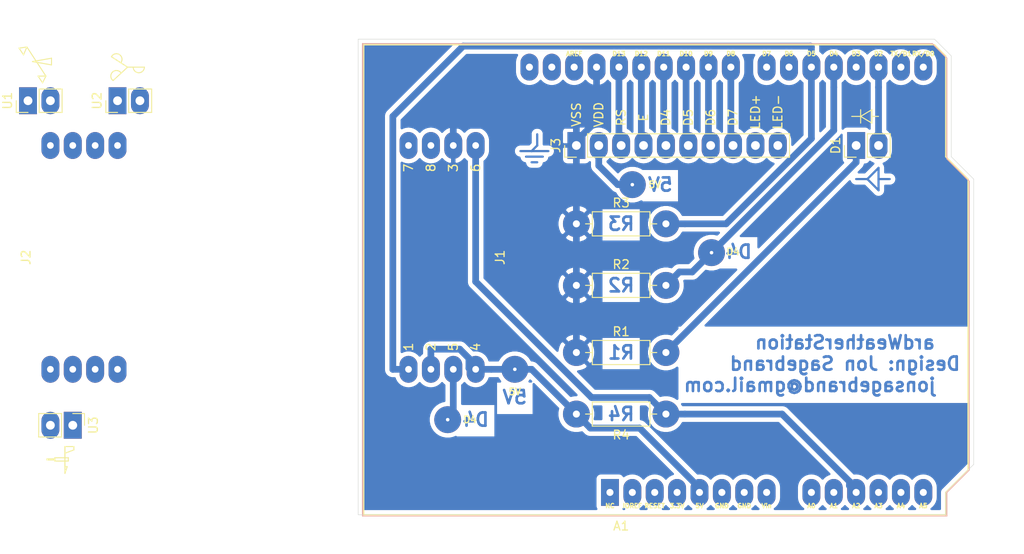
<source format=kicad_pcb>
(kicad_pcb (version 20171130) (host pcbnew 5.1.5-52549c5~84~ubuntu18.04.1)

  (general
    (thickness 1.6)
    (drawings 22)
    (tracks 92)
    (zones 0)
    (modules 12)
    (nets 46)
  )

  (page A4)
  (layers
    (0 F.Cu signal)
    (31 B.Cu signal)
    (32 B.Adhes user)
    (33 F.Adhes user)
    (34 B.Paste user)
    (35 F.Paste user)
    (36 B.SilkS user)
    (37 F.SilkS user)
    (38 B.Mask user)
    (39 F.Mask user)
    (40 Dwgs.User user)
    (41 Cmts.User user)
    (42 Eco1.User user)
    (43 Eco2.User user)
    (44 Edge.Cuts user)
    (45 Margin user)
    (46 B.CrtYd user)
    (47 F.CrtYd user)
    (48 B.Fab user)
    (49 F.Fab user)
  )

  (setup
    (last_trace_width 0.25)
    (trace_clearance 0.2)
    (zone_clearance 0.508)
    (zone_45_only no)
    (trace_min 0.2)
    (via_size 0.8)
    (via_drill 0.4)
    (via_min_size 0.4)
    (via_min_drill 0.3)
    (uvia_size 0.3)
    (uvia_drill 0.1)
    (uvias_allowed no)
    (uvia_min_size 0.2)
    (uvia_min_drill 0.1)
    (edge_width 0.05)
    (segment_width 0.2)
    (pcb_text_width 0.3)
    (pcb_text_size 1.5 1.5)
    (mod_edge_width 0.12)
    (mod_text_size 1 1)
    (mod_text_width 0.15)
    (pad_size 1.524 1.524)
    (pad_drill 0.762)
    (pad_to_mask_clearance 0.051)
    (solder_mask_min_width 0.25)
    (aux_axis_origin 0 0)
    (visible_elements FFFFFF7F)
    (pcbplotparams
      (layerselection 0x010fc_ffffffff)
      (usegerberextensions false)
      (usegerberattributes false)
      (usegerberadvancedattributes false)
      (creategerberjobfile false)
      (excludeedgelayer true)
      (linewidth 0.100000)
      (plotframeref false)
      (viasonmask false)
      (mode 1)
      (useauxorigin false)
      (hpglpennumber 1)
      (hpglpenspeed 20)
      (hpglpendiameter 15.000000)
      (psnegative false)
      (psa4output false)
      (plotreference true)
      (plotvalue true)
      (plotinvisibletext false)
      (padsonsilk false)
      (subtractmaskfromsilk false)
      (outputformat 1)
      (mirror false)
      (drillshape 1)
      (scaleselection 1)
      (outputdirectory ""))
  )

  (net 0 "")
  (net 1 "Net-(A1-Pad16)")
  (net 2 "Net-(A1-Pad15)")
  (net 3 "Net-(A1-Pad30)")
  (net 4 "Net-(A1-Pad14)")
  (net 5 "Net-(A1-Pad29)")
  (net 6 "Net-(A1-Pad13)")
  (net 7 "Net-(A1-Pad28)")
  (net 8 "Net-(A1-Pad12)")
  (net 9 "Net-(A1-Pad27)")
  (net 10 "Net-(A1-Pad11)")
  (net 11 "Net-(A1-Pad26)")
  (net 12 "Net-(A1-Pad10)")
  (net 13 "Net-(A1-Pad25)")
  (net 14 "Net-(A1-Pad9)")
  (net 15 "Net-(A1-Pad24)")
  (net 16 "Net-(A1-Pad8)")
  (net 17 "Net-(A1-Pad23)")
  (net 18 "Net-(A1-Pad7)")
  (net 19 "Net-(A1-Pad22)")
  (net 20 "Net-(A1-Pad6)")
  (net 21 "Net-(A1-Pad21)")
  (net 22 "Net-(A1-Pad5)")
  (net 23 "Net-(A1-Pad20)")
  (net 24 "Net-(A1-Pad4)")
  (net 25 "Net-(A1-Pad19)")
  (net 26 "Net-(A1-Pad3)")
  (net 27 "Net-(A1-Pad18)")
  (net 28 "Net-(A1-Pad2)")
  (net 29 "Net-(A1-Pad17)")
  (net 30 "Net-(A1-Pad1)")
  (net 31 "Net-(A1-Pad31)")
  (net 32 "Net-(A1-Pad32)")
  (net 33 "Net-(D1-Pad1)")
  (net 34 "Net-(J1-Pad7)")
  (net 35 "Net-(J1-Pad8)")
  (net 36 "Net-(J2-Pad1)")
  (net 37 "Net-(J2-Pad2)")
  (net 38 "Net-(J2-Pad5)")
  (net 39 "Net-(J2-Pad4)")
  (net 40 "Net-(J2-Pad7)")
  (net 41 "Net-(J2-Pad8)")
  (net 42 "Net-(J2-Pad3)")
  (net 43 "Net-(J2-Pad6)")
  (net 44 "Net-(J3-Pad10)")
  (net 45 "Net-(J3-Pad9)")

  (net_class Default "This is the default net class."
    (clearance 0.2)
    (trace_width 0.25)
    (via_dia 0.8)
    (via_drill 0.4)
    (uvia_dia 0.3)
    (uvia_drill 0.1)
  )

  (net_class 30 ""
    (clearance 0.381)
    (trace_width 0.762)
    (via_dia 3.048)
    (via_drill 0.4)
    (uvia_dia 0.3)
    (uvia_drill 0.1)
    (add_net "Net-(A1-Pad1)")
    (add_net "Net-(A1-Pad10)")
    (add_net "Net-(A1-Pad11)")
    (add_net "Net-(A1-Pad12)")
    (add_net "Net-(A1-Pad13)")
    (add_net "Net-(A1-Pad14)")
    (add_net "Net-(A1-Pad15)")
    (add_net "Net-(A1-Pad16)")
    (add_net "Net-(A1-Pad17)")
    (add_net "Net-(A1-Pad18)")
    (add_net "Net-(A1-Pad19)")
    (add_net "Net-(A1-Pad2)")
    (add_net "Net-(A1-Pad20)")
    (add_net "Net-(A1-Pad21)")
    (add_net "Net-(A1-Pad22)")
    (add_net "Net-(A1-Pad23)")
    (add_net "Net-(A1-Pad24)")
    (add_net "Net-(A1-Pad25)")
    (add_net "Net-(A1-Pad26)")
    (add_net "Net-(A1-Pad27)")
    (add_net "Net-(A1-Pad28)")
    (add_net "Net-(A1-Pad29)")
    (add_net "Net-(A1-Pad3)")
    (add_net "Net-(A1-Pad30)")
    (add_net "Net-(A1-Pad31)")
    (add_net "Net-(A1-Pad32)")
    (add_net "Net-(A1-Pad4)")
    (add_net "Net-(A1-Pad5)")
    (add_net "Net-(A1-Pad6)")
    (add_net "Net-(A1-Pad7)")
    (add_net "Net-(A1-Pad8)")
    (add_net "Net-(A1-Pad9)")
    (add_net "Net-(D1-Pad1)")
    (add_net "Net-(J1-Pad7)")
    (add_net "Net-(J1-Pad8)")
    (add_net "Net-(J2-Pad1)")
    (add_net "Net-(J2-Pad2)")
    (add_net "Net-(J2-Pad3)")
    (add_net "Net-(J2-Pad4)")
    (add_net "Net-(J2-Pad5)")
    (add_net "Net-(J2-Pad6)")
    (add_net "Net-(J2-Pad7)")
    (add_net "Net-(J2-Pad8)")
    (add_net "Net-(J3-Pad10)")
    (add_net "Net-(J3-Pad9)")
  )

  (module My_Arduino:Arduino_UNO_R3_shield_larger_pads (layer F.Cu) (tedit 5E4D7859) (tstamp 5E731133)
    (at 146.05 111.76)
    (descr "Arduino UNO R3, http://www.mouser.com/pdfdocs/Gravitech_Arduino_Nano3_0.pdf")
    (tags "Arduino UNO R3")
    (path /5E6FB570)
    (fp_text reference A1 (at 1.27 3.81 180) (layer F.SilkS)
      (effects (font (size 1 1) (thickness 0.15)))
    )
    (fp_text value Arduino_UNO_R3 (at 0 -22.86) (layer F.Fab)
      (effects (font (size 1 1) (thickness 0.15)))
    )
    (fp_text user A5 (at 35.56 1.524) (layer F.SilkS)
      (effects (font (size 0.508 0.508) (thickness 0.127)))
    )
    (fp_text user A4 (at 33.02 1.524) (layer F.SilkS)
      (effects (font (size 0.508 0.508) (thickness 0.127)))
    )
    (fp_text user AREF (at -4.064 -49.784) (layer F.SilkS)
      (effects (font (size 0.508 0.508) (thickness 0.127)))
    )
    (fp_text user GND (at 12.7 1.524) (layer F.SilkS)
      (effects (font (size 0.508 0.508) (thickness 0.127)))
    )
    (fp_text user D13 (at 1.016 -49.784) (layer F.SilkS)
      (effects (font (size 0.508 0.508) (thickness 0.127)))
    )
    (fp_text user D12 (at 3.556 -49.784) (layer F.SilkS)
      (effects (font (size 0.508 0.508) (thickness 0.127)))
    )
    (fp_text user D11 (at 6.096 -49.784) (layer F.SilkS)
      (effects (font (size 0.508 0.508) (thickness 0.127)))
    )
    (fp_text user D10 (at 8.636 -49.784) (layer F.SilkS)
      (effects (font (size 0.508 0.508) (thickness 0.127)))
    )
    (fp_text user D9 (at 11.176 -49.784) (layer F.SilkS)
      (effects (font (size 0.508 0.508) (thickness 0.127)))
    )
    (fp_text user D8 (at 13.716 -49.784) (layer F.SilkS)
      (effects (font (size 0.508 0.508) (thickness 0.127)))
    )
    (fp_text user D7 (at 17.78 -49.784) (layer F.SilkS)
      (effects (font (size 0.508 0.508) (thickness 0.127)))
    )
    (fp_text user D6 (at 20.32 -49.784) (layer F.SilkS)
      (effects (font (size 0.508 0.508) (thickness 0.127)))
    )
    (fp_text user D5 (at 22.86 -49.784) (layer F.SilkS)
      (effects (font (size 0.508 0.508) (thickness 0.127)))
    )
    (fp_text user D4 (at 25.4 -49.784) (layer F.SilkS)
      (effects (font (size 0.508 0.508) (thickness 0.127)))
    )
    (fp_text user D3 (at 27.94 -49.784) (layer F.SilkS)
      (effects (font (size 0.508 0.508) (thickness 0.127)))
    )
    (fp_text user D2 (at 30.48 -49.784) (layer F.SilkS)
      (effects (font (size 0.508 0.508) (thickness 0.127)))
    )
    (fp_text user TX/D1 (at 33.02 -49.784) (layer F.SilkS)
      (effects (font (size 0.508 0.508) (thickness 0.127)))
    )
    (fp_text user RX/D0 (at 35.56 -49.784) (layer F.SilkS)
      (effects (font (size 0.508 0.508) (thickness 0.127)))
    )
    (fp_text user A5 (at 35.56 1.524) (layer F.SilkS)
      (effects (font (size 0.508 0.508) (thickness 0.127)))
    )
    (fp_text user A4 (at 33.02 1.524) (layer F.SilkS)
      (effects (font (size 0.508 0.508) (thickness 0.127)))
    )
    (fp_text user A3 (at 30.48 1.524) (layer F.SilkS)
      (effects (font (size 0.508 0.508) (thickness 0.127)))
    )
    (fp_text user A2 (at 27.94 1.524) (layer F.SilkS)
      (effects (font (size 0.508 0.508) (thickness 0.127)))
    )
    (fp_text user A1 (at 25.4 1.524) (layer F.SilkS)
      (effects (font (size 0.508 0.508) (thickness 0.127)))
    )
    (fp_text user A0 (at 22.86 1.524) (layer F.SilkS)
      (effects (font (size 0.508 0.508) (thickness 0.127)))
    )
    (fp_text user Vin (at 17.78 1.524) (layer F.SilkS)
      (effects (font (size 0.508 0.508) (thickness 0.127)))
    )
    (fp_text user GND (at 15.24 1.524) (layer F.SilkS)
      (effects (font (size 0.508 0.508) (thickness 0.127)))
    )
    (fp_text user GND (at 12.7 1.524) (layer F.SilkS)
      (effects (font (size 0.508 0.508) (thickness 0.127)))
    )
    (fp_text user RESET (at 5.08 1.524) (layer F.SilkS)
      (effects (font (size 0.508 0.508) (thickness 0.127)))
    )
    (fp_text user 5V (at 10.16 1.524) (layer F.SilkS)
      (effects (font (size 0.508 0.508) (thickness 0.127)))
    )
    (fp_text user 3.3V (at 7.62 1.524) (layer F.SilkS)
      (effects (font (size 0.508 0.508) (thickness 0.127)))
    )
    (fp_text user IOREF (at 2.54 1.524) (layer F.SilkS)
      (effects (font (size 0.508 0.508) (thickness 0.127)))
    )
    (fp_text user NC (at 0 1.524) (layer F.SilkS)
      (effects (font (size 0.508 0.508) (thickness 0.127)))
    )
    (fp_line (start -27.94 2.54) (end 38.1 2.54) (layer F.CrtYd) (width 0.12))
    (fp_line (start -27.94 -50.8) (end -27.94 2.54) (layer F.CrtYd) (width 0.12))
    (fp_line (start 36.83 -50.8) (end -27.94 -50.8) (layer F.CrtYd) (width 0.12))
    (fp_line (start 38.1 -49.53) (end 36.83 -50.8) (layer F.CrtYd) (width 0.12))
    (fp_line (start 38.1 -38.1) (end 38.1 -49.53) (layer F.CrtYd) (width 0.12))
    (fp_line (start 40.64 -35.56) (end 38.1 -38.1) (layer F.CrtYd) (width 0.12))
    (fp_line (start 40.64 -2.54) (end 40.64 -35.56) (layer F.CrtYd) (width 0.12))
    (fp_line (start 38.1 0) (end 40.64 -2.54) (layer F.CrtYd) (width 0.12))
    (fp_line (start 38.1 2.54) (end 38.1 0) (layer F.CrtYd) (width 0.12))
    (fp_line (start -27.94 2.54) (end 38.1 2.54) (layer F.SilkS) (width 0.15))
    (fp_line (start -27.94 -50.8) (end -27.94 2.54) (layer F.SilkS) (width 0.15))
    (fp_line (start 36.83 -50.8) (end -27.94 -50.8) (layer F.SilkS) (width 0.15))
    (fp_line (start 38.1 -49.53) (end 36.83 -50.8) (layer F.SilkS) (width 0.15))
    (fp_line (start 38.1 -38.1) (end 38.1 -49.53) (layer F.SilkS) (width 0.15))
    (fp_line (start 40.64 -35.56) (end 38.1 -38.1) (layer F.SilkS) (width 0.15))
    (fp_line (start 40.64 -2.54) (end 40.64 -35.56) (layer F.SilkS) (width 0.15))
    (fp_line (start 38.1 0) (end 40.64 -2.54) (layer F.SilkS) (width 0.15))
    (fp_line (start 38.1 2.54) (end 38.1 0) (layer F.SilkS) (width 0.15))
    (fp_line (start -28.07 2.67) (end -28.07 -50.93) (layer B.SilkS) (width 0.15))
    (fp_line (start -28.19 -51.05) (end -28.19 2.79) (layer B.CrtYd) (width 0.12))
    (fp_line (start 38.23 -37.85) (end 40.77 -35.31) (layer B.SilkS) (width 0.12))
    (fp_line (start 38.23 -49.28) (end 38.23 -37.85) (layer B.SilkS) (width 0.12))
    (fp_line (start 36.58 -50.93) (end 38.23 -49.28) (layer B.SilkS) (width 0.12))
    (fp_line (start -28.07 -50.93) (end 36.58 -50.93) (layer B.SilkS) (width 0.12))
    (fp_line (start 38.23 2.67) (end -28.07 2.67) (layer B.SilkS) (width 0.12))
    (fp_line (start 38.23 0) (end 38.23 2.67) (layer B.SilkS) (width 0.12))
    (fp_line (start 40.77 -2.54) (end 38.23 0) (layer B.SilkS) (width 0.12))
    (fp_line (start 40.77 -35.31) (end 40.77 -2.54) (layer B.SilkS) (width 0.12))
    (fp_line (start -28.19 2.79) (end 38.35 2.79) (layer B.CrtYd) (width 0.05))
    (fp_line (start 36.58 -51.05) (end -28.19 -51.05) (layer B.CrtYd) (width 0.05))
    (fp_line (start 38.35 -49.28) (end 36.58 -51.05) (layer B.CrtYd) (width 0.05))
    (fp_line (start 38.35 -37.85) (end 38.35 -49.28) (layer B.CrtYd) (width 0.05))
    (fp_line (start 40.89 -35.31) (end 38.35 -37.85) (layer B.CrtYd) (width 0.05))
    (fp_line (start 40.89 -2.54) (end 40.89 -35.31) (layer B.CrtYd) (width 0.05))
    (fp_line (start 38.35 0) (end 40.89 -2.54) (layer B.CrtYd) (width 0.05))
    (fp_line (start 38.35 2.79) (end 38.35 0) (layer B.CrtYd) (width 0.05))
    (fp_text user %R (at 0 -25.4 180) (layer F.Fab)
      (effects (font (size 1 1) (thickness 0.15)))
    )
    (pad 16 thru_hole oval (at 33.02 -48.26 270) (size 3.048 2.032) (drill 0.8) (layers *.Cu *.Mask)
      (net 1 "Net-(A1-Pad16)"))
    (pad 15 thru_hole oval (at 35.56 -48.26 270) (size 3.048 2.032) (drill 0.8) (layers *.Cu *.Mask)
      (net 2 "Net-(A1-Pad15)"))
    (pad 30 thru_hole oval (at -4.06 -48.26 270) (size 3.048 2.032) (drill 0.8) (layers *.Cu *.Mask)
      (net 3 "Net-(A1-Pad30)"))
    (pad 14 thru_hole oval (at 35.56 0 270) (size 3.048 2.032) (drill 0.8) (layers *.Cu *.Mask)
      (net 4 "Net-(A1-Pad14)"))
    (pad 29 thru_hole oval (at -1.52 -48.26 270) (size 3.048 2.032) (drill 0.8) (layers *.Cu *.Mask)
      (net 5 "Net-(A1-Pad29)"))
    (pad 13 thru_hole oval (at 33.02 0 270) (size 3.048 2.032) (drill 0.8) (layers *.Cu *.Mask)
      (net 6 "Net-(A1-Pad13)"))
    (pad 28 thru_hole oval (at 1.02 -48.26 270) (size 3.048 2.032) (drill 0.8) (layers *.Cu *.Mask)
      (net 7 "Net-(A1-Pad28)"))
    (pad 12 thru_hole oval (at 30.48 0 270) (size 3.048 2.032) (drill 0.8) (layers *.Cu *.Mask)
      (net 8 "Net-(A1-Pad12)"))
    (pad 27 thru_hole oval (at 3.56 -48.26 270) (size 3.048 2.032) (drill 0.8) (layers *.Cu *.Mask)
      (net 9 "Net-(A1-Pad27)"))
    (pad 11 thru_hole oval (at 27.94 0 270) (size 3.048 2.032) (drill 0.8) (layers *.Cu *.Mask)
      (net 10 "Net-(A1-Pad11)"))
    (pad 26 thru_hole oval (at 6.1 -48.26 270) (size 3.048 2.032) (drill 0.8) (layers *.Cu *.Mask)
      (net 11 "Net-(A1-Pad26)"))
    (pad 10 thru_hole oval (at 25.4 0 270) (size 3.048 2.032) (drill 0.8) (layers *.Cu *.Mask)
      (net 12 "Net-(A1-Pad10)"))
    (pad 25 thru_hole oval (at 8.64 -48.26 270) (size 3.048 2.032) (drill 0.8) (layers *.Cu *.Mask)
      (net 13 "Net-(A1-Pad25)"))
    (pad 9 thru_hole oval (at 22.86 0 270) (size 3.048 2.032) (drill 0.8) (layers *.Cu *.Mask)
      (net 14 "Net-(A1-Pad9)"))
    (pad 24 thru_hole oval (at 11.18 -48.26 270) (size 3.048 2.032) (drill 0.8) (layers *.Cu *.Mask)
      (net 15 "Net-(A1-Pad24)"))
    (pad 8 thru_hole oval (at 17.78 0 270) (size 3.048 2.032) (drill 0.8) (layers *.Cu *.Mask)
      (net 16 "Net-(A1-Pad8)"))
    (pad 23 thru_hole oval (at 13.72 -48.26 270) (size 3.048 2.032) (drill 0.8) (layers *.Cu *.Mask)
      (net 17 "Net-(A1-Pad23)"))
    (pad 7 thru_hole oval (at 15.24 0 270) (size 3.048 2.032) (drill 0.8) (layers *.Cu *.Mask)
      (net 18 "Net-(A1-Pad7)"))
    (pad 22 thru_hole oval (at 17.78 -48.26 270) (size 3.048 2.032) (drill 0.8) (layers *.Cu *.Mask)
      (net 19 "Net-(A1-Pad22)"))
    (pad 6 thru_hole oval (at 12.7 0 270) (size 3.048 2.032) (drill 0.8) (layers *.Cu *.Mask)
      (net 20 "Net-(A1-Pad6)"))
    (pad 21 thru_hole oval (at 20.32 -48.26 270) (size 3.048 2.032) (drill 0.8) (layers *.Cu *.Mask)
      (net 21 "Net-(A1-Pad21)"))
    (pad 5 thru_hole oval (at 10.16 0 270) (size 3.048 2.032) (drill 0.8) (layers *.Cu *.Mask)
      (net 22 "Net-(A1-Pad5)"))
    (pad 20 thru_hole oval (at 22.86 -48.26 270) (size 3.048 2.032) (drill 0.8) (layers *.Cu *.Mask)
      (net 23 "Net-(A1-Pad20)"))
    (pad 4 thru_hole oval (at 7.62 0 270) (size 3.048 2.032) (drill 0.8) (layers *.Cu *.Mask)
      (net 24 "Net-(A1-Pad4)"))
    (pad 19 thru_hole oval (at 25.4 -48.26 270) (size 3.048 2.032) (drill 0.8) (layers *.Cu *.Mask)
      (net 25 "Net-(A1-Pad19)"))
    (pad 3 thru_hole oval (at 5.08 0 270) (size 3.048 2.032) (drill 0.8) (layers *.Cu *.Mask)
      (net 26 "Net-(A1-Pad3)"))
    (pad 18 thru_hole oval (at 27.94 -48.26 270) (size 3.048 2.032) (drill 0.8) (layers *.Cu *.Mask)
      (net 27 "Net-(A1-Pad18)"))
    (pad 2 thru_hole oval (at 2.54 0 270) (size 3.048 2.032) (drill 0.8) (layers *.Cu *.Mask)
      (net 28 "Net-(A1-Pad2)"))
    (pad 17 thru_hole oval (at 30.48 -48.26 270) (size 3.048 2.032) (drill 0.8) (layers *.Cu *.Mask)
      (net 29 "Net-(A1-Pad17)"))
    (pad 1 thru_hole rect (at 0 0 270) (size 3.048 2.032) (drill 0.8) (layers *.Cu *.Mask)
      (net 30 "Net-(A1-Pad1)"))
    (pad 31 thru_hole oval (at -6.6 -48.26 270) (size 3.048 2.032) (drill 0.8) (layers *.Cu *.Mask)
      (net 31 "Net-(A1-Pad31)"))
    (pad 32 thru_hole oval (at -9.14 -48.26 270) (size 3.048 2.032) (drill 0.8) (layers *.Cu *.Mask)
      (net 32 "Net-(A1-Pad32)"))
    (model ${KISYS3DMOD}/Module.3dshapes/Arduino_UNO_R3.wrl
      (at (xyz 0 0 0))
      (scale (xyz 1 1 1))
      (rotate (xyz 0 0 0))
    )
  )

  (module My_Headers:2-pin_LED_header_large (layer F.Cu) (tedit 5E727A9C) (tstamp 5E73114E)
    (at 173.99 72.39 90)
    (descr "Through hole straight pin header, 1x02, 2.54mm pitch, single row")
    (tags "Through hole pin header THT 1x02 2.54mm single row")
    (path /5E71B66E)
    (fp_text reference D1 (at 0 -2.33 90) (layer F.SilkS)
      (effects (font (size 1 1) (thickness 0.15)))
    )
    (fp_text value LED (at 0 4.87 90) (layer F.Fab) hide
      (effects (font (size 1 1) (thickness 0.15)))
    )
    (fp_line (start 3.302 1.778) (end 3.302 2.54) (layer F.SilkS) (width 0.12))
    (fp_line (start 3.302 0.508) (end 3.302 -0.508) (layer F.SilkS) (width 0.12))
    (fp_line (start 4.064 0.508) (end 2.54 0.508) (layer F.SilkS) (width 0.12))
    (fp_line (start 3.302 0.508) (end 4.064 1.778) (layer F.SilkS) (width 0.12))
    (fp_line (start 2.54 1.778) (end 3.302 0.508) (layer F.SilkS) (width 0.12))
    (fp_line (start 4.064 1.778) (end 2.54 1.778) (layer F.SilkS) (width 0.12))
    (fp_line (start -0.635 -1.27) (end 1.27 -1.27) (layer F.Fab) (width 0.1))
    (fp_line (start 1.27 -1.27) (end 1.27 3.81) (layer F.Fab) (width 0.1))
    (fp_line (start 1.27 3.81) (end -1.27 3.81) (layer F.Fab) (width 0.1))
    (fp_line (start -1.27 3.81) (end -1.27 -0.635) (layer F.Fab) (width 0.1))
    (fp_line (start -1.27 -0.635) (end -0.635 -1.27) (layer F.Fab) (width 0.1))
    (fp_line (start -1.33 3.87) (end 1.33 3.87) (layer F.SilkS) (width 0.12))
    (fp_line (start -1.33 1.27) (end -1.33 3.87) (layer F.SilkS) (width 0.12))
    (fp_line (start 1.33 1.27) (end 1.33 3.87) (layer F.SilkS) (width 0.12))
    (fp_line (start -1.33 1.27) (end 1.33 1.27) (layer F.SilkS) (width 0.12))
    (fp_line (start -1.33 0) (end -1.33 -1.33) (layer F.SilkS) (width 0.12))
    (fp_line (start -1.33 -1.33) (end 0 -1.33) (layer F.SilkS) (width 0.12))
    (fp_line (start -1.8 -1.8) (end -1.8 4.35) (layer F.CrtYd) (width 0.05))
    (fp_line (start -1.8 4.35) (end 1.8 4.35) (layer F.CrtYd) (width 0.05))
    (fp_line (start 1.8 4.35) (end 1.8 -1.8) (layer F.CrtYd) (width 0.05))
    (fp_line (start 1.8 -1.8) (end -1.8 -1.8) (layer F.CrtYd) (width 0.05))
    (pad 1 thru_hole rect (at 0 0 90) (size 3.048 2.032) (drill 1) (layers *.Cu *.Mask)
      (net 33 "Net-(D1-Pad1)"))
    (pad 2 thru_hole oval (at 0 2.54 90) (size 3.048 2.032) (drill 1) (layers *.Cu *.Mask)
      (net 29 "Net-(A1-Pad17)"))
    (model ${KISYS3DMOD}/Connector_PinHeader_2.54mm.3dshapes/PinHeader_1x02_P2.54mm_Vertical.wrl
      (at (xyz 0 0 0))
      (scale (xyz 1 1 1))
      (rotate (xyz 0 0 0))
    )
  )

  (module My_Parts:RJ45_cabled_large (layer F.Cu) (tedit 5E727751) (tstamp 5E731161)
    (at 127 85.09 270)
    (descr "Through hole straight socket strip, 1x04, 2.54mm pitch, single row (from Kicad 4.0.7), script generated")
    (tags "Through hole socket strip THT 1x04 2.54mm single row")
    (path /5E711975)
    (fp_text reference J1 (at 0 -6.58 90) (layer F.SilkS)
      (effects (font (size 1 1) (thickness 0.15)))
    )
    (fp_text value RJ45 (at 0 6.58 90) (layer F.Fab)
      (effects (font (size 1 1) (thickness 0.15)))
    )
    (fp_text user 1 (at 10.16 3.81 90) (layer F.SilkS)
      (effects (font (size 1 1) (thickness 0.15)))
    )
    (fp_text user 2 (at 10.16 1.27 90) (layer F.SilkS)
      (effects (font (size 1 1) (thickness 0.15)))
    )
    (fp_text user 5 (at 10.16 -1.27 90) (layer F.SilkS)
      (effects (font (size 1 1) (thickness 0.15)))
    )
    (fp_text user 4 (at 10.16 -3.81 90) (layer F.SilkS)
      (effects (font (size 1 1) (thickness 0.15)))
    )
    (fp_text user 7 (at -10.16 3.81 90) (layer F.SilkS)
      (effects (font (size 1 1) (thickness 0.15)))
    )
    (fp_text user 8 (at -10.16 1.27 90) (layer F.SilkS)
      (effects (font (size 1 1) (thickness 0.15)))
    )
    (fp_text user 3 (at -10.16 -1.27 90) (layer F.SilkS)
      (effects (font (size 1 1) (thickness 0.15)))
    )
    (fp_text user 6 (at -10.16 -3.81 90) (layer F.SilkS)
      (effects (font (size 1 1) (thickness 0.15)))
    )
    (fp_line (start 7.62 19.05) (end 7.62 8.89) (layer F.Fab) (width 0.12))
    (fp_line (start -7.62 19.05) (end 7.62 19.05) (layer F.Fab) (width 0.12))
    (fp_line (start -7.62 8.89) (end -7.62 19.05) (layer F.Fab) (width 0.12))
    (fp_line (start 8.89 -8.89) (end -8.89 -8.89) (layer F.Fab) (width 0.12))
    (fp_line (start 8.89 8.89) (end 8.89 -8.89) (layer F.Fab) (width 0.12))
    (fp_line (start -8.89 8.89) (end 8.89 8.89) (layer F.Fab) (width 0.12))
    (fp_line (start -8.89 -8.89) (end -8.89 8.89) (layer F.Fab) (width 0.12))
    (pad 1 thru_hole oval (at 12.7 3.81 270) (size 3.048 2.032) (drill 0.762) (layers *.Cu *.Mask)
      (net 23 "Net-(A1-Pad20)"))
    (pad 2 thru_hole oval (at 12.7 1.27 270) (size 3.048 2.032) (drill 0.762) (layers *.Cu *.Mask)
      (net 22 "Net-(A1-Pad5)"))
    (pad 5 thru_hole oval (at 12.7 -1.27 270) (size 3.048 2.032) (drill 0.762) (layers *.Cu *.Mask)
      (net 25 "Net-(A1-Pad19)"))
    (pad 4 thru_hole oval (at 12.7 -3.81 270) (size 3.048 2.032) (drill 0.762) (layers *.Cu *.Mask)
      (net 22 "Net-(A1-Pad5)"))
    (pad 7 thru_hole oval (at -12.7 3.81 270) (size 3.048 2.032) (drill 0.762) (layers *.Cu *.Mask)
      (net 34 "Net-(J1-Pad7)"))
    (pad 8 thru_hole oval (at -12.7 1.27 270) (size 3.048 2.032) (drill 0.762) (layers *.Cu *.Mask)
      (net 35 "Net-(J1-Pad8)"))
    (pad 3 thru_hole oval (at -12.7 -1.27 270) (size 3.048 2.032) (drill 0.762) (layers *.Cu *.Mask)
      (net 5 "Net-(A1-Pad29)"))
    (pad 6 thru_hole oval (at -12.7 -3.81 270) (size 3.048 2.032) (drill 0.762) (layers *.Cu *.Mask)
      (net 10 "Net-(A1-Pad11)"))
    (model ${KISYS3DMOD}/Connector_PinSocket_2.54mm.3dshapes/PinSocket_1x04_P2.54mm_Vertical.wrl
      (at (xyz 0 0 0))
      (scale (xyz 1 1 1))
      (rotate (xyz 0 0 0))
    )
  )

  (module My_Headers:2-pin_Wind_vane_header_large (layer F.Cu) (tedit 5E724C5F) (tstamp 5E731255)
    (at 85.09 104.14 270)
    (descr "Through hole straight pin header, 1x02, 2.54mm pitch, single row")
    (tags "Through hole pin header THT 1x02 2.54mm single row")
    (path /5E770C07)
    (fp_text reference U3 (at 0 -2.33 90) (layer F.SilkS)
      (effects (font (size 1 1) (thickness 0.15)))
    )
    (fp_text value Wind_vane (at 0 4.87 90) (layer F.Fab) hide
      (effects (font (size 1 1) (thickness 0.15)))
    )
    (fp_line (start 2.794 -0.127) (end 3.175 0.889) (layer F.SilkS) (width 0.12))
    (fp_line (start 2.413 -0.127) (end 2.794 -0.127) (layer F.SilkS) (width 0.12))
    (fp_line (start 2.413 0.889) (end 2.413 -0.127) (layer F.SilkS) (width 0.12))
    (fp_line (start 4.699 0.889) (end 2.413 0.889) (layer F.SilkS) (width 0.12))
    (fp_line (start 4.699 0.635) (end 4.699 0.889) (layer F.SilkS) (width 0.12))
    (fp_line (start 5.461 0.889) (end 4.699 0.635) (layer F.SilkS) (width 0.12))
    (fp_line (start 2.413 0.889) (end 5.461 0.889) (layer F.SilkS) (width 0.12))
    (fp_line (start 3.81 2.921) (end 3.81 2.032) (layer F.SilkS) (width 0.12))
    (fp_line (start 3.937 2.921) (end 3.81 2.921) (layer F.SilkS) (width 0.12))
    (fp_line (start 3.937 2.032) (end 3.937 2.921) (layer F.SilkS) (width 0.12))
    (fp_line (start 4.064 2.032) (end 3.683 2.032) (layer F.SilkS) (width 0.12))
    (fp_line (start 4.064 0.508) (end 4.064 2.032) (layer F.SilkS) (width 0.12))
    (fp_line (start 3.683 0.508) (end 4.064 0.508) (layer F.SilkS) (width 0.12))
    (fp_line (start 3.683 2.032) (end 3.683 0.508) (layer F.SilkS) (width 0.12))
    (fp_line (start 1.8 -1.8) (end -1.8 -1.8) (layer F.CrtYd) (width 0.05))
    (fp_line (start 1.8 4.35) (end 1.8 -1.8) (layer F.CrtYd) (width 0.05))
    (fp_line (start -1.8 4.35) (end 1.8 4.35) (layer F.CrtYd) (width 0.05))
    (fp_line (start -1.8 -1.8) (end -1.8 4.35) (layer F.CrtYd) (width 0.05))
    (fp_line (start -1.33 -1.33) (end 0 -1.33) (layer F.SilkS) (width 0.12))
    (fp_line (start -1.33 0) (end -1.33 -1.33) (layer F.SilkS) (width 0.12))
    (fp_line (start -1.33 1.27) (end 1.33 1.27) (layer F.SilkS) (width 0.12))
    (fp_line (start 1.33 1.27) (end 1.33 3.87) (layer F.SilkS) (width 0.12))
    (fp_line (start -1.33 1.27) (end -1.33 3.87) (layer F.SilkS) (width 0.12))
    (fp_line (start -1.33 3.87) (end 1.33 3.87) (layer F.SilkS) (width 0.12))
    (fp_line (start -1.27 -0.635) (end -0.635 -1.27) (layer F.Fab) (width 0.1))
    (fp_line (start -1.27 3.81) (end -1.27 -0.635) (layer F.Fab) (width 0.1))
    (fp_line (start 1.27 3.81) (end -1.27 3.81) (layer F.Fab) (width 0.1))
    (fp_line (start 1.27 -1.27) (end 1.27 3.81) (layer F.Fab) (width 0.1))
    (fp_line (start -0.635 -1.27) (end 1.27 -1.27) (layer F.Fab) (width 0.1))
    (pad 2 thru_hole oval (at 0 2.54 270) (size 3.048 2.032) (drill 1) (layers *.Cu *.Mask)
      (net 43 "Net-(J2-Pad6)"))
    (pad 1 thru_hole rect (at 0 0 270) (size 3.048 2.032) (drill 1) (layers *.Cu *.Mask)
      (net 42 "Net-(J2-Pad3)"))
    (model ${KISYS3DMOD}/Connector_PinHeader_2.54mm.3dshapes/PinHeader_1x02_P2.54mm_Vertical.wrl
      (at (xyz 0 0 0))
      (scale (xyz 1 1 1))
      (rotate (xyz 0 0 0))
    )
  )

  (module My_Headers:2-pin_Anemometer_header_large (layer F.Cu) (tedit 5E724D9A) (tstamp 5E731232)
    (at 90.17 67.31 90)
    (descr "Through hole straight pin header, 1x02, 2.54mm pitch, single row")
    (tags "Through hole pin header THT 1x02 2.54mm single row")
    (path /5E7848A3)
    (fp_text reference U2 (at 0 -2.33 90) (layer F.SilkS)
      (effects (font (size 1 1) (thickness 0.15)))
    )
    (fp_text value Anemometer (at 0 4.87 90) (layer F.Fab) hide
      (effects (font (size 1 1) (thickness 0.15)))
    )
    (fp_line (start 3.81 1.143) (end 3.81 3.048) (layer F.SilkS) (width 0.12))
    (fp_line (start 3.81 1.143) (end 2.286 -0.508) (layer F.SilkS) (width 0.12))
    (fp_line (start 3.81 1.143) (end 4.953 -0.635) (layer F.SilkS) (width 0.12))
    (fp_arc (start 2.794 -0.127) (end 3.175 0.380999) (angle -188.1301024) (layer F.SilkS) (width 0.12))
    (fp_arc (start 4.699 -0.127) (end 4.318001 0.381) (angle -190.3048465) (layer F.SilkS) (width 0.12))
    (fp_arc (start 3.81 2.413) (end 3.81 1.778) (angle -180) (layer F.SilkS) (width 0.12))
    (fp_line (start -0.635 -1.27) (end 1.27 -1.27) (layer F.Fab) (width 0.1))
    (fp_line (start 1.27 -1.27) (end 1.27 3.81) (layer F.Fab) (width 0.1))
    (fp_line (start 1.27 3.81) (end -1.27 3.81) (layer F.Fab) (width 0.1))
    (fp_line (start -1.27 3.81) (end -1.27 -0.635) (layer F.Fab) (width 0.1))
    (fp_line (start -1.27 -0.635) (end -0.635 -1.27) (layer F.Fab) (width 0.1))
    (fp_line (start -1.33 3.87) (end 1.33 3.87) (layer F.SilkS) (width 0.12))
    (fp_line (start -1.33 1.27) (end -1.33 3.87) (layer F.SilkS) (width 0.12))
    (fp_line (start 1.33 1.27) (end 1.33 3.87) (layer F.SilkS) (width 0.12))
    (fp_line (start -1.33 1.27) (end 1.33 1.27) (layer F.SilkS) (width 0.12))
    (fp_line (start -1.33 0) (end -1.33 -1.33) (layer F.SilkS) (width 0.12))
    (fp_line (start -1.33 -1.33) (end 0 -1.33) (layer F.SilkS) (width 0.12))
    (fp_line (start -1.8 -1.8) (end -1.8 4.35) (layer F.CrtYd) (width 0.05))
    (fp_line (start -1.8 4.35) (end 1.8 4.35) (layer F.CrtYd) (width 0.05))
    (fp_line (start 1.8 4.35) (end 1.8 -1.8) (layer F.CrtYd) (width 0.05))
    (fp_line (start 1.8 -1.8) (end -1.8 -1.8) (layer F.CrtYd) (width 0.05))
    (pad 1 thru_hole rect (at 0 0 90) (size 3.048 2.032) (drill 1) (layers *.Cu *.Mask)
      (net 37 "Net-(J2-Pad2)"))
    (pad 2 thru_hole oval (at 0 2.54 90) (size 3.048 2.032) (drill 1) (layers *.Cu *.Mask)
      (net 36 "Net-(J2-Pad1)"))
    (model ${KISYS3DMOD}/Connector_PinHeader_2.54mm.3dshapes/PinHeader_1x02_P2.54mm_Vertical.wrl
      (at (xyz 0 0 0))
      (scale (xyz 1 1 1))
      (rotate (xyz 0 0 0))
    )
  )

  (module My_Headers:2-pin_Rain_bucket_header_large (layer F.Cu) (tedit 5E724BB0) (tstamp 5E731217)
    (at 80.01 67.31 90)
    (descr "Through hole straight pin header, 1x02, 2.54mm pitch, single row")
    (tags "Through hole pin header THT 1x02 2.54mm single row")
    (path /5E7B3A0A)
    (fp_text reference U1 (at 0 -2.33 90) (layer F.SilkS)
      (effects (font (size 1 1) (thickness 0.15)))
    )
    (fp_text value Rain_bucket (at 0 4.87 90) (layer F.Fab) hide
      (effects (font (size 1 1) (thickness 0.15)))
    )
    (fp_line (start 4.826 2.667) (end 4.064 2.667) (layer F.SilkS) (width 0.12))
    (fp_line (start 4.445 0.508) (end 4.826 2.667) (layer F.SilkS) (width 0.12))
    (fp_line (start 4.064 2.667) (end 4.445 0.508) (layer F.SilkS) (width 0.12))
    (fp_line (start 2.794 1.143) (end 2.794 2.032) (layer F.SilkS) (width 0.12))
    (fp_line (start 2.032 1.651) (end 2.794 1.143) (layer F.SilkS) (width 0.12))
    (fp_line (start 2.794 2.032) (end 2.032 1.651) (layer F.SilkS) (width 0.12))
    (fp_line (start 5.969 -1.016) (end 6.096 -0.127) (layer F.SilkS) (width 0.12))
    (fp_line (start 5.207 -0.508) (end 5.969 -1.016) (layer F.SilkS) (width 0.12))
    (fp_line (start 6.096 -0.127) (end 5.207 -0.508) (layer F.SilkS) (width 0.12))
    (fp_line (start 2.794 2.032) (end 6.096 -0.127) (layer F.SilkS) (width 0.12))
    (fp_line (start 1.8 -1.8) (end -1.8 -1.8) (layer F.CrtYd) (width 0.05))
    (fp_line (start 1.8 4.35) (end 1.8 -1.8) (layer F.CrtYd) (width 0.05))
    (fp_line (start -1.8 4.35) (end 1.8 4.35) (layer F.CrtYd) (width 0.05))
    (fp_line (start -1.8 -1.8) (end -1.8 4.35) (layer F.CrtYd) (width 0.05))
    (fp_line (start -1.33 -1.33) (end 0 -1.33) (layer F.SilkS) (width 0.12))
    (fp_line (start -1.33 0) (end -1.33 -1.33) (layer F.SilkS) (width 0.12))
    (fp_line (start -1.33 1.27) (end 1.33 1.27) (layer F.SilkS) (width 0.12))
    (fp_line (start 1.33 1.27) (end 1.33 3.87) (layer F.SilkS) (width 0.12))
    (fp_line (start -1.33 1.27) (end -1.33 3.87) (layer F.SilkS) (width 0.12))
    (fp_line (start -1.33 3.87) (end 1.33 3.87) (layer F.SilkS) (width 0.12))
    (fp_line (start -1.27 -0.635) (end -0.635 -1.27) (layer F.Fab) (width 0.1))
    (fp_line (start -1.27 3.81) (end -1.27 -0.635) (layer F.Fab) (width 0.1))
    (fp_line (start 1.27 3.81) (end -1.27 3.81) (layer F.Fab) (width 0.1))
    (fp_line (start 1.27 -1.27) (end 1.27 3.81) (layer F.Fab) (width 0.1))
    (fp_line (start -0.635 -1.27) (end 1.27 -1.27) (layer F.Fab) (width 0.1))
    (pad 2 thru_hole oval (at 0 2.54 90) (size 3.048 2.032) (drill 1) (layers *.Cu *.Mask)
      (net 38 "Net-(J2-Pad5)"))
    (pad 1 thru_hole rect (at 0 0 90) (size 3.048 2.032) (drill 1) (layers *.Cu *.Mask)
      (net 39 "Net-(J2-Pad4)"))
    (model ${KISYS3DMOD}/Connector_PinHeader_2.54mm.3dshapes/PinHeader_1x02_P2.54mm_Vertical.wrl
      (at (xyz 0 0 0))
      (scale (xyz 1 1 1))
      (rotate (xyz 0 0 0))
    )
  )

  (module My_Misc:R_Axial_DIN0207_L6.3mm_D2.5mm_P10.16mm_Horizontal_larger_pads (layer F.Cu) (tedit 5E4D8416) (tstamp 5E7311F8)
    (at 152.4 102.87 180)
    (descr "Resistor, Axial_DIN0207 series, Axial, Horizontal, pin pitch=10.16mm, 0.25W = 1/4W, length*diameter=6.3*2.5mm^2, http://cdn-reichelt.de/documents/datenblatt/B400/1_4W%23YAG.pdf")
    (tags "Resistor Axial_DIN0207 series Axial Horizontal pin pitch 10.16mm 0.25W = 1/4W length 6.3mm diameter 2.5mm")
    (path /5E72DD5E)
    (fp_text reference R4 (at 5.08 -2.37) (layer F.SilkS)
      (effects (font (size 1 1) (thickness 0.15)))
    )
    (fp_text value 15k (at 5.08 2.37) (layer F.Fab) hide
      (effects (font (size 1 1) (thickness 0.15)))
    )
    (fp_text user %R (at 5.08 0) (layer F.Fab)
      (effects (font (size 1 1) (thickness 0.15)))
    )
    (fp_line (start 11.21 -1.5) (end -1.05 -1.5) (layer F.CrtYd) (width 0.05))
    (fp_line (start 11.21 1.5) (end 11.21 -1.5) (layer F.CrtYd) (width 0.05))
    (fp_line (start -1.05 1.5) (end 11.21 1.5) (layer F.CrtYd) (width 0.05))
    (fp_line (start -1.05 -1.5) (end -1.05 1.5) (layer F.CrtYd) (width 0.05))
    (fp_line (start 9.12 0) (end 8.35 0) (layer F.SilkS) (width 0.12))
    (fp_line (start 1.04 0) (end 1.81 0) (layer F.SilkS) (width 0.12))
    (fp_line (start 8.35 -1.37) (end 1.81 -1.37) (layer F.SilkS) (width 0.12))
    (fp_line (start 8.35 1.37) (end 8.35 -1.37) (layer F.SilkS) (width 0.12))
    (fp_line (start 1.81 1.37) (end 8.35 1.37) (layer F.SilkS) (width 0.12))
    (fp_line (start 1.81 -1.37) (end 1.81 1.37) (layer F.SilkS) (width 0.12))
    (fp_line (start 10.16 0) (end 8.23 0) (layer F.Fab) (width 0.1))
    (fp_line (start 0 0) (end 1.93 0) (layer F.Fab) (width 0.1))
    (fp_line (start 8.23 -1.25) (end 1.93 -1.25) (layer F.Fab) (width 0.1))
    (fp_line (start 8.23 1.25) (end 8.23 -1.25) (layer F.Fab) (width 0.1))
    (fp_line (start 1.93 1.25) (end 8.23 1.25) (layer F.Fab) (width 0.1))
    (fp_line (start 1.93 -1.25) (end 1.93 1.25) (layer F.Fab) (width 0.1))
    (pad 2 thru_hole circle (at 10.16 0 180) (size 3.048 3.048) (drill 0.8) (layers *.Cu *.Mask)
      (net 22 "Net-(A1-Pad5)"))
    (pad 1 thru_hole circle (at 0 0 180) (size 3.048 3.048) (drill 0.8) (layers *.Cu *.Mask)
      (net 10 "Net-(A1-Pad11)"))
    (model ${KISYS3DMOD}/Resistor_THT.3dshapes/R_Axial_DIN0207_L6.3mm_D2.5mm_P10.16mm_Horizontal.wrl
      (at (xyz 0 0 0))
      (scale (xyz 1 1 1))
      (rotate (xyz 0 0 0))
    )
  )

  (module My_Misc:R_Axial_DIN0207_L6.3mm_D2.5mm_P10.16mm_Horizontal_larger_pads (layer F.Cu) (tedit 5E4D8416) (tstamp 5E7311E1)
    (at 142.24 81.28)
    (descr "Resistor, Axial_DIN0207 series, Axial, Horizontal, pin pitch=10.16mm, 0.25W = 1/4W, length*diameter=6.3*2.5mm^2, http://cdn-reichelt.de/documents/datenblatt/B400/1_4W%23YAG.pdf")
    (tags "Resistor Axial_DIN0207 series Axial Horizontal pin pitch 10.16mm 0.25W = 1/4W length 6.3mm diameter 2.5mm")
    (path /5E70A083)
    (fp_text reference R3 (at 5.08 -2.37) (layer F.SilkS)
      (effects (font (size 1 1) (thickness 0.15)))
    )
    (fp_text value 10k (at 5.08 2.37) (layer F.Fab) hide
      (effects (font (size 1 1) (thickness 0.15)))
    )
    (fp_text user %R (at 5.08 0) (layer F.Fab)
      (effects (font (size 1 1) (thickness 0.15)))
    )
    (fp_line (start 11.21 -1.5) (end -1.05 -1.5) (layer F.CrtYd) (width 0.05))
    (fp_line (start 11.21 1.5) (end 11.21 -1.5) (layer F.CrtYd) (width 0.05))
    (fp_line (start -1.05 1.5) (end 11.21 1.5) (layer F.CrtYd) (width 0.05))
    (fp_line (start -1.05 -1.5) (end -1.05 1.5) (layer F.CrtYd) (width 0.05))
    (fp_line (start 9.12 0) (end 8.35 0) (layer F.SilkS) (width 0.12))
    (fp_line (start 1.04 0) (end 1.81 0) (layer F.SilkS) (width 0.12))
    (fp_line (start 8.35 -1.37) (end 1.81 -1.37) (layer F.SilkS) (width 0.12))
    (fp_line (start 8.35 1.37) (end 8.35 -1.37) (layer F.SilkS) (width 0.12))
    (fp_line (start 1.81 1.37) (end 8.35 1.37) (layer F.SilkS) (width 0.12))
    (fp_line (start 1.81 -1.37) (end 1.81 1.37) (layer F.SilkS) (width 0.12))
    (fp_line (start 10.16 0) (end 8.23 0) (layer F.Fab) (width 0.1))
    (fp_line (start 0 0) (end 1.93 0) (layer F.Fab) (width 0.1))
    (fp_line (start 8.23 -1.25) (end 1.93 -1.25) (layer F.Fab) (width 0.1))
    (fp_line (start 8.23 1.25) (end 8.23 -1.25) (layer F.Fab) (width 0.1))
    (fp_line (start 1.93 1.25) (end 8.23 1.25) (layer F.Fab) (width 0.1))
    (fp_line (start 1.93 -1.25) (end 1.93 1.25) (layer F.Fab) (width 0.1))
    (pad 2 thru_hole circle (at 10.16 0) (size 3.048 3.048) (drill 0.8) (layers *.Cu *.Mask)
      (net 23 "Net-(A1-Pad20)"))
    (pad 1 thru_hole circle (at 0 0) (size 3.048 3.048) (drill 0.8) (layers *.Cu *.Mask)
      (net 5 "Net-(A1-Pad29)"))
    (model ${KISYS3DMOD}/Resistor_THT.3dshapes/R_Axial_DIN0207_L6.3mm_D2.5mm_P10.16mm_Horizontal.wrl
      (at (xyz 0 0 0))
      (scale (xyz 1 1 1))
      (rotate (xyz 0 0 0))
    )
  )

  (module My_Misc:R_Axial_DIN0207_L6.3mm_D2.5mm_P10.16mm_Horizontal_larger_pads (layer F.Cu) (tedit 5E4D8416) (tstamp 5E7311CA)
    (at 142.24 88.265)
    (descr "Resistor, Axial_DIN0207 series, Axial, Horizontal, pin pitch=10.16mm, 0.25W = 1/4W, length*diameter=6.3*2.5mm^2, http://cdn-reichelt.de/documents/datenblatt/B400/1_4W%23YAG.pdf")
    (tags "Resistor Axial_DIN0207 series Axial Horizontal pin pitch 10.16mm 0.25W = 1/4W length 6.3mm diameter 2.5mm")
    (path /5E70F70C)
    (fp_text reference R2 (at 5.08 -2.37) (layer F.SilkS)
      (effects (font (size 1 1) (thickness 0.15)))
    )
    (fp_text value 10k (at 5.08 2.37) (layer F.Fab) hide
      (effects (font (size 1 1) (thickness 0.15)))
    )
    (fp_text user %R (at 5.08 0) (layer F.Fab)
      (effects (font (size 1 1) (thickness 0.15)))
    )
    (fp_line (start 11.21 -1.5) (end -1.05 -1.5) (layer F.CrtYd) (width 0.05))
    (fp_line (start 11.21 1.5) (end 11.21 -1.5) (layer F.CrtYd) (width 0.05))
    (fp_line (start -1.05 1.5) (end 11.21 1.5) (layer F.CrtYd) (width 0.05))
    (fp_line (start -1.05 -1.5) (end -1.05 1.5) (layer F.CrtYd) (width 0.05))
    (fp_line (start 9.12 0) (end 8.35 0) (layer F.SilkS) (width 0.12))
    (fp_line (start 1.04 0) (end 1.81 0) (layer F.SilkS) (width 0.12))
    (fp_line (start 8.35 -1.37) (end 1.81 -1.37) (layer F.SilkS) (width 0.12))
    (fp_line (start 8.35 1.37) (end 8.35 -1.37) (layer F.SilkS) (width 0.12))
    (fp_line (start 1.81 1.37) (end 8.35 1.37) (layer F.SilkS) (width 0.12))
    (fp_line (start 1.81 -1.37) (end 1.81 1.37) (layer F.SilkS) (width 0.12))
    (fp_line (start 10.16 0) (end 8.23 0) (layer F.Fab) (width 0.1))
    (fp_line (start 0 0) (end 1.93 0) (layer F.Fab) (width 0.1))
    (fp_line (start 8.23 -1.25) (end 1.93 -1.25) (layer F.Fab) (width 0.1))
    (fp_line (start 8.23 1.25) (end 8.23 -1.25) (layer F.Fab) (width 0.1))
    (fp_line (start 1.93 1.25) (end 8.23 1.25) (layer F.Fab) (width 0.1))
    (fp_line (start 1.93 -1.25) (end 1.93 1.25) (layer F.Fab) (width 0.1))
    (pad 2 thru_hole circle (at 10.16 0) (size 3.048 3.048) (drill 0.8) (layers *.Cu *.Mask)
      (net 25 "Net-(A1-Pad19)"))
    (pad 1 thru_hole circle (at 0 0) (size 3.048 3.048) (drill 0.8) (layers *.Cu *.Mask)
      (net 5 "Net-(A1-Pad29)"))
    (model ${KISYS3DMOD}/Resistor_THT.3dshapes/R_Axial_DIN0207_L6.3mm_D2.5mm_P10.16mm_Horizontal.wrl
      (at (xyz 0 0 0))
      (scale (xyz 1 1 1))
      (rotate (xyz 0 0 0))
    )
  )

  (module My_Misc:R_Axial_DIN0207_L6.3mm_D2.5mm_P10.16mm_Horizontal_larger_pads (layer F.Cu) (tedit 5E4D8416) (tstamp 5E7311B3)
    (at 142.24 95.885)
    (descr "Resistor, Axial_DIN0207 series, Axial, Horizontal, pin pitch=10.16mm, 0.25W = 1/4W, length*diameter=6.3*2.5mm^2, http://cdn-reichelt.de/documents/datenblatt/B400/1_4W%23YAG.pdf")
    (tags "Resistor Axial_DIN0207 series Axial Horizontal pin pitch 10.16mm 0.25W = 1/4W length 6.3mm diameter 2.5mm")
    (path /5E71CD16)
    (fp_text reference R1 (at 5.08 -2.37) (layer F.SilkS)
      (effects (font (size 1 1) (thickness 0.15)))
    )
    (fp_text value 330R (at 5.08 2.37) (layer F.Fab) hide
      (effects (font (size 1 1) (thickness 0.15)))
    )
    (fp_text user %R (at 5.08 0) (layer F.Fab)
      (effects (font (size 1 1) (thickness 0.15)))
    )
    (fp_line (start 11.21 -1.5) (end -1.05 -1.5) (layer F.CrtYd) (width 0.05))
    (fp_line (start 11.21 1.5) (end 11.21 -1.5) (layer F.CrtYd) (width 0.05))
    (fp_line (start -1.05 1.5) (end 11.21 1.5) (layer F.CrtYd) (width 0.05))
    (fp_line (start -1.05 -1.5) (end -1.05 1.5) (layer F.CrtYd) (width 0.05))
    (fp_line (start 9.12 0) (end 8.35 0) (layer F.SilkS) (width 0.12))
    (fp_line (start 1.04 0) (end 1.81 0) (layer F.SilkS) (width 0.12))
    (fp_line (start 8.35 -1.37) (end 1.81 -1.37) (layer F.SilkS) (width 0.12))
    (fp_line (start 8.35 1.37) (end 8.35 -1.37) (layer F.SilkS) (width 0.12))
    (fp_line (start 1.81 1.37) (end 8.35 1.37) (layer F.SilkS) (width 0.12))
    (fp_line (start 1.81 -1.37) (end 1.81 1.37) (layer F.SilkS) (width 0.12))
    (fp_line (start 10.16 0) (end 8.23 0) (layer F.Fab) (width 0.1))
    (fp_line (start 0 0) (end 1.93 0) (layer F.Fab) (width 0.1))
    (fp_line (start 8.23 -1.25) (end 1.93 -1.25) (layer F.Fab) (width 0.1))
    (fp_line (start 8.23 1.25) (end 8.23 -1.25) (layer F.Fab) (width 0.1))
    (fp_line (start 1.93 1.25) (end 8.23 1.25) (layer F.Fab) (width 0.1))
    (fp_line (start 1.93 -1.25) (end 1.93 1.25) (layer F.Fab) (width 0.1))
    (pad 2 thru_hole circle (at 10.16 0) (size 3.048 3.048) (drill 0.8) (layers *.Cu *.Mask)
      (net 33 "Net-(D1-Pad1)"))
    (pad 1 thru_hole circle (at 0 0) (size 3.048 3.048) (drill 0.8) (layers *.Cu *.Mask)
      (net 5 "Net-(A1-Pad29)"))
    (model ${KISYS3DMOD}/Resistor_THT.3dshapes/R_Axial_DIN0207_L6.3mm_D2.5mm_P10.16mm_Horizontal.wrl
      (at (xyz 0 0 0))
      (scale (xyz 1 1 1))
      (rotate (xyz 0 0 0))
    )
  )

  (module My_Headers:10-pin_LCD_header_larger_pads (layer F.Cu) (tedit 5E64CF8C) (tstamp 5E73119C)
    (at 142.24 72.39 90)
    (descr "Through hole straight pin header, 1x10, 2.54mm pitch, single row")
    (tags "Through hole pin header THT 1x10 2.54mm single row")
    (path /5E6FBAAB)
    (fp_text reference J3 (at 0 -2.33 90) (layer F.SilkS)
      (effects (font (size 1 1) (thickness 0.15)))
    )
    (fp_text value 10-pin_header_LCD_interface (at 0 25.19 90) (layer F.Fab) hide
      (effects (font (size 1 1) (thickness 0.15)))
    )
    (fp_text user LED- (at 3.81 22.86 90) (layer F.SilkS)
      (effects (font (size 1 1) (thickness 0.15)))
    )
    (fp_text user LED+ (at 3.81 20.32 90) (layer F.SilkS)
      (effects (font (size 1 1) (thickness 0.15)))
    )
    (fp_text user D7 (at 3.175 17.78 90) (layer F.SilkS)
      (effects (font (size 1 1) (thickness 0.15)))
    )
    (fp_text user D6 (at 3.175 15.24 90) (layer F.SilkS)
      (effects (font (size 1 1) (thickness 0.15)))
    )
    (fp_text user D5 (at 3.175 12.7 90) (layer F.SilkS)
      (effects (font (size 1 1) (thickness 0.15)))
    )
    (fp_text user D4 (at 3.175 10.16 90) (layer F.SilkS)
      (effects (font (size 1 1) (thickness 0.15)))
    )
    (fp_text user E (at 3.175 7.62 90) (layer F.SilkS)
      (effects (font (size 1 1) (thickness 0.15)))
    )
    (fp_text user RS (at 3.175 5.08 90) (layer F.SilkS)
      (effects (font (size 1 1) (thickness 0.15)))
    )
    (fp_text user VDD (at 3.5 2.54 90) (layer F.SilkS)
      (effects (font (size 1 1) (thickness 0.15)))
    )
    (fp_text user VSS (at 3.5 0 90) (layer F.SilkS)
      (effects (font (size 1 1) (thickness 0.15)))
    )
    (fp_text user %R (at 0 11.43) (layer F.Fab)
      (effects (font (size 1 1) (thickness 0.15)))
    )
    (fp_line (start 1.8 -1.8) (end -1.8 -1.8) (layer F.CrtYd) (width 0.05))
    (fp_line (start 1.8 24.65) (end 1.8 -1.8) (layer F.CrtYd) (width 0.05))
    (fp_line (start -1.8 24.65) (end 1.8 24.65) (layer F.CrtYd) (width 0.05))
    (fp_line (start -1.8 -1.8) (end -1.8 24.65) (layer F.CrtYd) (width 0.05))
    (fp_line (start -1.33 -1.33) (end 0 -1.33) (layer F.SilkS) (width 0.12))
    (fp_line (start -1.33 0) (end -1.33 -1.33) (layer F.SilkS) (width 0.12))
    (fp_line (start -1.33 1.27) (end 1.33 1.27) (layer F.SilkS) (width 0.12))
    (fp_line (start 1.33 1.27) (end 1.33 24.19) (layer F.SilkS) (width 0.12))
    (fp_line (start -1.33 1.27) (end -1.33 24.19) (layer F.SilkS) (width 0.12))
    (fp_line (start -1.33 24.19) (end 1.33 24.19) (layer F.SilkS) (width 0.12))
    (fp_line (start -1.27 -0.635) (end -0.635 -1.27) (layer F.Fab) (width 0.1))
    (fp_line (start -1.27 24.13) (end -1.27 -0.635) (layer F.Fab) (width 0.1))
    (fp_line (start 1.27 24.13) (end -1.27 24.13) (layer F.Fab) (width 0.1))
    (fp_line (start 1.27 -1.27) (end 1.27 24.13) (layer F.Fab) (width 0.1))
    (fp_line (start -0.635 -1.27) (end 1.27 -1.27) (layer F.Fab) (width 0.1))
    (pad 10 thru_hole oval (at 0 22.86 90) (size 3.048 2.032) (drill 1) (layers *.Cu *.Mask)
      (net 44 "Net-(J3-Pad10)"))
    (pad 9 thru_hole oval (at 0 20.32 90) (size 3.048 2.032) (drill 1) (layers *.Cu *.Mask)
      (net 45 "Net-(J3-Pad9)"))
    (pad 8 thru_hole oval (at 0 17.78 90) (size 3.048 2.032) (drill 1) (layers *.Cu *.Mask)
      (net 17 "Net-(A1-Pad23)"))
    (pad 7 thru_hole oval (at 0 15.24 90) (size 3.048 2.032) (drill 1) (layers *.Cu *.Mask)
      (net 15 "Net-(A1-Pad24)"))
    (pad 6 thru_hole oval (at 0 12.7 90) (size 3.048 2.032) (drill 1) (layers *.Cu *.Mask)
      (net 13 "Net-(A1-Pad25)"))
    (pad 5 thru_hole oval (at 0 10.16 90) (size 3.048 2.032) (drill 1) (layers *.Cu *.Mask)
      (net 11 "Net-(A1-Pad26)"))
    (pad 4 thru_hole oval (at 0 7.62 90) (size 3.048 2.032) (drill 1) (layers *.Cu *.Mask)
      (net 9 "Net-(A1-Pad27)"))
    (pad 3 thru_hole oval (at 0 5.08 90) (size 3.048 2.032) (drill 1) (layers *.Cu *.Mask)
      (net 7 "Net-(A1-Pad28)"))
    (pad 2 thru_hole oval (at 0 2.54 90) (size 3.048 2.032) (drill 1) (layers *.Cu *.Mask)
      (net 22 "Net-(A1-Pad5)"))
    (pad 1 thru_hole rect (at 0 0 90) (size 3.048 2.032) (drill 1) (layers *.Cu *.Mask)
      (net 5 "Net-(A1-Pad29)"))
    (model ${KISYS3DMOD}/Connector_PinHeader_2.54mm.3dshapes/PinHeader_1x10_P2.54mm_Vertical.wrl
      (at (xyz 0 0 0))
      (scale (xyz 1 1 1))
      (rotate (xyz 0 0 0))
    )
  )

  (module My_Parts:RJ45_cabled_large (layer F.Cu) (tedit 5E725190) (tstamp 5E731174)
    (at 86.36 85.09 90)
    (descr "Through hole straight socket strip, 1x04, 2.54mm pitch, single row (from Kicad 4.0.7), script generated")
    (tags "Through hole socket strip THT 1x04 2.54mm single row")
    (path /5E76C975)
    (fp_text reference J2 (at 0 -6.58 90) (layer F.SilkS)
      (effects (font (size 1 1) (thickness 0.15)))
    )
    (fp_text value RJ45 (at 0 6.58 90) (layer F.Fab)
      (effects (font (size 1 1) (thickness 0.15)))
    )
    (fp_line (start 7.62 19.05) (end 7.62 8.89) (layer F.Fab) (width 0.12))
    (fp_line (start -7.62 19.05) (end 7.62 19.05) (layer F.Fab) (width 0.12))
    (fp_line (start -7.62 8.89) (end -7.62 19.05) (layer F.Fab) (width 0.12))
    (fp_line (start 8.89 -8.89) (end -8.89 -8.89) (layer F.Fab) (width 0.12))
    (fp_line (start 8.89 8.89) (end 8.89 -8.89) (layer F.Fab) (width 0.12))
    (fp_line (start -8.89 8.89) (end 8.89 8.89) (layer F.Fab) (width 0.12))
    (fp_line (start -8.89 -8.89) (end -8.89 8.89) (layer F.Fab) (width 0.12))
    (pad 1 thru_hole oval (at 12.7 3.81 90) (size 3.048 2.032) (drill 0.762) (layers *.Cu *.Mask)
      (net 36 "Net-(J2-Pad1)"))
    (pad 2 thru_hole oval (at 12.7 1.27 90) (size 3.048 2.032) (drill 0.762) (layers *.Cu *.Mask)
      (net 37 "Net-(J2-Pad2)"))
    (pad 5 thru_hole oval (at 12.7 -1.27 90) (size 3.048 2.032) (drill 0.762) (layers *.Cu *.Mask)
      (net 38 "Net-(J2-Pad5)"))
    (pad 4 thru_hole oval (at 12.7 -3.81 90) (size 3.048 2.032) (drill 0.762) (layers *.Cu *.Mask)
      (net 39 "Net-(J2-Pad4)"))
    (pad 7 thru_hole oval (at -12.7 3.81 90) (size 3.048 2.032) (drill 0.762) (layers *.Cu *.Mask)
      (net 40 "Net-(J2-Pad7)"))
    (pad 8 thru_hole oval (at -12.7 1.27 90) (size 3.048 2.032) (drill 0.762) (layers *.Cu *.Mask)
      (net 41 "Net-(J2-Pad8)"))
    (pad 3 thru_hole oval (at -12.7 -1.27 90) (size 3.048 2.032) (drill 0.762) (layers *.Cu *.Mask)
      (net 42 "Net-(J2-Pad3)"))
    (pad 6 thru_hole oval (at -12.7 -3.81 90) (size 3.048 2.032) (drill 0.762) (layers *.Cu *.Mask)
      (net 43 "Net-(J2-Pad6)"))
    (model ${KISYS3DMOD}/Connector_PinSocket_2.54mm.3dshapes/PinSocket_1x04_P2.54mm_Vertical.wrl
      (at (xyz 0 0 0))
      (scale (xyz 1 1 1))
      (rotate (xyz 0 0 0))
    )
  )

  (gr_text D4 (at 160.655 84.455) (layer B.Cu)
    (effects (font (size 1.5 1.5) (thickness 0.3)) (justify mirror))
  )
  (gr_text D4 (at 130.81 103.505) (layer B.Cu)
    (effects (font (size 1.5 1.5) (thickness 0.3)) (justify mirror))
  )
  (gr_text 5V (at 135.255 100.965) (layer B.Cu)
    (effects (font (size 1.5 1.5) (thickness 0.3)) (justify mirror))
  )
  (gr_text 5V (at 151.765 76.835) (layer B.Cu)
    (effects (font (size 1.5 1.5) (thickness 0.3)) (justify mirror))
  )
  (gr_text R4 (at 147.32 102.87) (layer B.Cu)
    (effects (font (size 1.5 1.5) (thickness 0.3)) (justify mirror))
  )
  (gr_text R1 (at 147.32 95.885) (layer B.Cu) (tstamp 5E72C2DA)
    (effects (font (size 1.5 1.5) (thickness 0.3)) (justify mirror))
  )
  (gr_text R2 (at 147.32 88.265) (layer B.Cu)
    (effects (font (size 1.5 1.5) (thickness 0.3)) (justify mirror))
  )
  (gr_text R3 (at 147.32 81.28) (layer B.Cu)
    (effects (font (size 1.5 1.5) (thickness 0.3)) (justify mirror))
  )
  (gr_text "ardWeatherStation\nDesign: Jon Sagebrand\n       jonsagebrand@gmail.com" (at 172.72 97.155) (layer B.Cu)
    (effects (font (size 1.5 1.5) (thickness 0.3)) (justify mirror))
  )
  (gr_text 5V (at 135.255 100.33) (layer F.SilkS) (tstamp 5E72C0BA)
    (effects (font (size 0.762 0.762) (thickness 0.1524)))
  )
  (gr_text D4 (at 160.02 84.455) (layer F.SilkS) (tstamp 5E72C09B)
    (effects (font (size 0.762 0.762) (thickness 0.1524)))
  )
  (gr_line (start 182.88 60.325) (end 117.475 60.325) (layer Edge.Cuts) (width 0.05) (tstamp 5E72B8B1))
  (gr_line (start 184.785 62.23) (end 182.88 60.325) (layer Edge.Cuts) (width 0.05))
  (gr_line (start 184.785 73.66) (end 184.785 62.23) (layer Edge.Cuts) (width 0.05))
  (gr_line (start 187.325 76.2) (end 184.785 73.66) (layer Edge.Cuts) (width 0.05))
  (gr_line (start 187.325 108.585) (end 187.325 76.2) (layer Edge.Cuts) (width 0.05))
  (gr_line (start 184.15 111.76) (end 187.325 108.585) (layer Edge.Cuts) (width 0.05))
  (gr_line (start 184.15 114.3) (end 184.15 111.76) (layer Edge.Cuts) (width 0.05))
  (gr_line (start 117.475 114.3) (end 184.15 114.3) (layer Edge.Cuts) (width 0.05))
  (gr_line (start 117.475 60.325) (end 117.475 114.3) (layer Edge.Cuts) (width 0.05))
  (gr_text 5V (at 151.13 76.835) (layer F.SilkS) (tstamp 5E72B8A9)
    (effects (font (size 0.762 0.762) (thickness 0.1524)))
  )
  (gr_text D4 (at 130.175 103.505) (layer F.SilkS) (tstamp 5E72B83D)
    (effects (font (size 0.762 0.762) (thickness 0.1524)))
  )

  (segment (start 176.53 77.47) (end 175.26 76.2) (width 0.25) (layer B.Cu) (net 0))
  (segment (start 175.26 76.2) (end 176.53 74.93) (width 0.25) (layer B.Cu) (net 0))
  (segment (start 176.53 76.2) (end 176.53 77.47) (width 0.25) (layer B.Cu) (net 0))
  (segment (start 176.53 76.2) (end 177.8 76.2) (width 0.25) (layer B.Cu) (net 0))
  (segment (start 176.53 74.93) (end 176.53 76.2) (width 0.25) (layer B.Cu) (net 0))
  (segment (start 175.26 76.2) (end 173.99 76.2) (width 0.25) (layer B.Cu) (net 0))
  (segment (start 136.525 73.66) (end 138.43 73.66) (width 0.25) (layer B.Cu) (net 0))
  (segment (start 137.16 74.295) (end 137.795 74.295) (width 0.25) (layer B.Cu) (net 0))
  (segment (start 137.16 73.025) (end 139.065 73.025) (width 0.25) (layer B.Cu) (net 0))
  (segment (start 137.16 73.025) (end 137.795 72.39) (width 0.25) (layer B.Cu) (net 0))
  (segment (start 135.89 73.025) (end 137.16 73.025) (width 0.25) (layer B.Cu) (net 0))
  (segment (start 137.795 72.39) (end 137.795 71.12) (width 0.25) (layer B.Cu) (net 0))
  (segment (start 144.53 69.592) (end 142.24 71.882) (width 0.762) (layer B.Cu) (net 5))
  (segment (start 144.53 63.5) (end 144.53 69.592) (width 0.762) (layer B.Cu) (net 5))
  (segment (start 142.24 71.882) (end 142.24 81.28) (width 0.762) (layer B.Cu) (net 5))
  (segment (start 142.24 81.28) (end 142.24 88.265) (width 0.762) (layer B.Cu) (net 5))
  (segment (start 142.24 88.265) (end 142.24 95.885) (width 0.762) (layer B.Cu) (net 5))
  (segment (start 128.27001 70.10399) (end 128.27 70.104) (width 0.762) (layer B.Cu) (net 5))
  (segment (start 142.23999 70.10399) (end 128.27001 70.10399) (width 0.762) (layer B.Cu) (net 5))
  (segment (start 142.24 72.39) (end 142.24 70.104) (width 0.762) (layer B.Cu) (net 5))
  (segment (start 142.24 70.104) (end 142.23999 70.10399) (width 0.762) (layer B.Cu) (net 5))
  (segment (start 128.27 70.104) (end 128.27 72.39) (width 0.762) (layer B.Cu) (net 5))
  (segment (start 147.07 63.5) (end 147.07 72.14) (width 0.762) (layer B.Cu) (net 7))
  (segment (start 147.07 72.14) (end 147.32 72.39) (width 0.762) (layer B.Cu) (net 7))
  (segment (start 149.61 63.5) (end 149.61 72.14) (width 0.762) (layer B.Cu) (net 9))
  (segment (start 149.61 72.14) (end 149.86 72.39) (width 0.762) (layer B.Cu) (net 9))
  (segment (start 165.582485 102.87) (end 154.555261 102.87) (width 0.762) (layer B.Cu) (net 10))
  (segment (start 173.22801 110.515525) (end 165.582485 102.87) (width 0.762) (layer B.Cu) (net 10))
  (segment (start 173.99 111.76) (end 173.22801 110.99801) (width 0.762) (layer B.Cu) (net 10))
  (segment (start 173.22801 110.99801) (end 173.22801 110.515525) (width 0.762) (layer B.Cu) (net 10))
  (segment (start 154.555261 102.87) (end 152.4 102.87) (width 0.762) (layer B.Cu) (net 10))
  (segment (start 130.81 87.838282) (end 130.81 74.676) (width 0.762) (layer B.Cu) (net 10))
  (segment (start 143.964192 100.992474) (end 130.81 87.838282) (width 0.762) (layer B.Cu) (net 10))
  (segment (start 152.4 102.87) (end 150.522474 100.992474) (width 0.762) (layer B.Cu) (net 10))
  (segment (start 150.522474 100.992474) (end 143.964192 100.992474) (width 0.762) (layer B.Cu) (net 10))
  (segment (start 130.81 74.676) (end 130.81 72.39) (width 0.762) (layer B.Cu) (net 10))
  (segment (start 152.15 63.5) (end 152.15 72.14) (width 0.762) (layer B.Cu) (net 11))
  (segment (start 152.15 72.14) (end 152.4 72.39) (width 0.762) (layer B.Cu) (net 11))
  (segment (start 154.69 63.5) (end 154.69 72.14) (width 0.762) (layer B.Cu) (net 13))
  (segment (start 154.69 72.14) (end 154.94 72.39) (width 0.762) (layer B.Cu) (net 13))
  (segment (start 157.23 63.5) (end 157.23 72.14) (width 0.762) (layer B.Cu) (net 15))
  (segment (start 157.23 72.14) (end 157.48 72.39) (width 0.762) (layer B.Cu) (net 15))
  (segment (start 159.77 63.5) (end 159.77 72.14) (width 0.762) (layer B.Cu) (net 17))
  (segment (start 159.77 72.14) (end 160.02 72.39) (width 0.762) (layer B.Cu) (net 17))
  (segment (start 144.78 74.676) (end 146.939 76.835) (width 0.762) (layer B.Cu) (net 22))
  (segment (start 144.78 72.39) (end 144.78 74.676) (width 0.762) (layer B.Cu) (net 22))
  (segment (start 146.939 76.835) (end 148.59 76.835) (width 0.762) (layer B.Cu) (net 22))
  (segment (start 137.16 97.79) (end 135.255 97.79) (width 0.762) (layer B.Cu) (net 22))
  (segment (start 142.24 102.87) (end 137.16 97.79) (width 0.762) (layer B.Cu) (net 22))
  (segment (start 132.588 97.79) (end 130.81 97.79) (width 0.762) (layer B.Cu) (net 22))
  (segment (start 129.006475 95.50399) (end 125.73001 95.50399) (width 0.762) (layer B.Cu) (net 22))
  (segment (start 125.73001 95.50399) (end 125.73 95.504) (width 0.762) (layer B.Cu) (net 22))
  (segment (start 130.04801 96.545525) (end 129.006475 95.50399) (width 0.762) (layer B.Cu) (net 22))
  (segment (start 130.04801 97.66301) (end 130.04801 96.545525) (width 0.762) (layer B.Cu) (net 22))
  (segment (start 130.81 97.79) (end 130.175 97.79) (width 0.762) (layer B.Cu) (net 22))
  (segment (start 130.175 97.79) (end 130.04801 97.66301) (width 0.762) (layer B.Cu) (net 22))
  (segment (start 125.73 95.504) (end 125.73 97.79) (width 0.762) (layer B.Cu) (net 22))
  (segment (start 148.59 76.835) (end 148.59 76.835) (width 0.762) (layer B.Cu) (net 22) (tstamp 5E72B902))
  (via (at 148.59 76.835) (size 3.048) (drill 0.4) (layers F.Cu B.Cu) (net 22))
  (segment (start 135.255 97.79) (end 132.588 97.79) (width 0.762) (layer B.Cu) (net 22) (tstamp 5E72C0B8))
  (via (at 135.255 97.79) (size 3.048) (drill 0.4) (layers F.Cu B.Cu) (net 22))
  (segment (start 143.830581 104.460581) (end 143.763999 104.393999) (width 0.762) (layer B.Cu) (net 22))
  (segment (start 149.418581 104.460581) (end 143.830581 104.460581) (width 0.762) (layer B.Cu) (net 22))
  (segment (start 156.21 111.76) (end 156.21 111.252) (width 0.762) (layer B.Cu) (net 22))
  (segment (start 156.21 111.252) (end 149.418581 104.460581) (width 0.762) (layer B.Cu) (net 22))
  (segment (start 143.763999 104.393999) (end 142.24 102.87) (width 0.762) (layer B.Cu) (net 22))
  (segment (start 159.232485 81.28) (end 154.555261 81.28) (width 0.762) (layer B.Cu) (net 23))
  (segment (start 168.91 63.5) (end 168.91 71.602485) (width 0.762) (layer B.Cu) (net 23))
  (segment (start 168.91 71.602485) (end 159.232485 81.28) (width 0.762) (layer B.Cu) (net 23))
  (segment (start 154.555261 81.28) (end 152.4 81.28) (width 0.762) (layer B.Cu) (net 23))
  (segment (start 168.80801 61.11201) (end 168.91 61.214) (width 0.762) (layer B.Cu) (net 23))
  (segment (start 129.38799 61.11201) (end 168.80801 61.11201) (width 0.762) (layer B.Cu) (net 23))
  (segment (start 121.41199 69.08801) (end 129.38799 61.11201) (width 0.762) (layer B.Cu) (net 23))
  (segment (start 123.19 97.79) (end 121.412 97.79) (width 0.762) (layer B.Cu) (net 23))
  (segment (start 121.41199 97.78999) (end 121.41199 69.08801) (width 0.762) (layer B.Cu) (net 23))
  (segment (start 121.412 97.79) (end 121.41199 97.78999) (width 0.762) (layer B.Cu) (net 23))
  (segment (start 168.91 61.214) (end 168.91 63.5) (width 0.762) (layer B.Cu) (net 23))
  (segment (start 128.27 97.79) (end 128.27 102.87) (width 0.762) (layer B.Cu) (net 25))
  (segment (start 128.27 102.87) (end 127.635 103.505) (width 0.762) (layer B.Cu) (net 25))
  (segment (start 127.635 103.505) (end 127.635 103.505) (width 0.762) (layer B.Cu) (net 25) (tstamp 5E72B908))
  (via (at 127.635 103.505) (size 3.048) (drill 0.4) (layers F.Cu B.Cu) (net 25))
  (segment (start 171.45 70.678945) (end 171.45 65.786) (width 0.762) (layer B.Cu) (net 25))
  (segment (start 155.387944 86.741001) (end 157.576972 84.551972) (width 0.762) (layer B.Cu) (net 25))
  (segment (start 152.4 88.265) (end 153.923999 86.741001) (width 0.762) (layer B.Cu) (net 25))
  (segment (start 153.923999 86.741001) (end 155.387944 86.741001) (width 0.762) (layer B.Cu) (net 25))
  (segment (start 171.45 65.786) (end 171.45 63.5) (width 0.762) (layer B.Cu) (net 25))
  (segment (start 157.576972 84.551972) (end 171.45 70.678945) (width 0.762) (layer B.Cu) (net 25) (tstamp 5E72C09A))
  (via (at 157.576972 84.551972) (size 3.048) (drill 0.4) (layers F.Cu B.Cu) (net 25))
  (segment (start 176.53 63.5) (end 176.53 65.786) (width 0.762) (layer B.Cu) (net 29))
  (segment (start 176.53 65.786) (end 176.53 72.39) (width 0.762) (layer B.Cu) (net 29))
  (segment (start 152.4 95.885) (end 173.99 74.295) (width 0.762) (layer B.Cu) (net 33))
  (segment (start 173.99 74.295) (end 173.99 72.39) (width 0.762) (layer B.Cu) (net 33))

  (zone (net 5) (net_name "Net-(A1-Pad29)") (layer B.Cu) (tstamp 5E72B8BD) (hatch edge 0.508)
    (connect_pads (clearance 0.508))
    (min_thickness 0.254)
    (fill yes (arc_segments 32) (thermal_gap 0.508) (thermal_bridge_width 0.508))
    (polygon
      (pts
        (xy 191.135 117.475) (xy 114.3 117.475) (xy 114.3 57.15) (xy 191.135 57.15)
      )
    )
    (filled_polygon
      (pts
        (xy 135.377295 62.357133) (xy 135.282889 62.668347) (xy 135.259 62.910896) (xy 135.259 64.089103) (xy 135.282889 64.331652)
        (xy 135.377295 64.642866) (xy 135.530602 64.929683) (xy 135.736918 65.181082) (xy 135.988316 65.387398) (xy 136.275133 65.540705)
        (xy 136.586347 65.635111) (xy 136.91 65.666988) (xy 137.233652 65.635111) (xy 137.544866 65.540705) (xy 137.831683 65.387398)
        (xy 138.083082 65.181082) (xy 138.18 65.062986) (xy 138.276918 65.181082) (xy 138.528316 65.387398) (xy 138.815133 65.540705)
        (xy 139.126347 65.635111) (xy 139.45 65.666988) (xy 139.773652 65.635111) (xy 140.084866 65.540705) (xy 140.371683 65.387398)
        (xy 140.623082 65.181082) (xy 140.72 65.062986) (xy 140.816918 65.181082) (xy 141.068316 65.387398) (xy 141.355133 65.540705)
        (xy 141.666347 65.635111) (xy 141.99 65.666988) (xy 142.313652 65.635111) (xy 142.624866 65.540705) (xy 142.911683 65.387398)
        (xy 143.163082 65.181082) (xy 143.259353 65.063775) (xy 143.452369 65.265236) (xy 143.71835 65.451314) (xy 144.015522 65.581926)
        (xy 144.147056 65.613975) (xy 144.403 65.494836) (xy 144.403 63.627) (xy 144.383 63.627) (xy 144.383 63.373)
        (xy 144.403 63.373) (xy 144.403 63.353) (xy 144.657 63.353) (xy 144.657 63.373) (xy 144.677 63.373)
        (xy 144.677 63.627) (xy 144.657 63.627) (xy 144.657 65.494836) (xy 144.912944 65.613975) (xy 145.044478 65.581926)
        (xy 145.34165 65.451314) (xy 145.607631 65.265236) (xy 145.800647 65.063775) (xy 145.896918 65.181082) (xy 146.054 65.309995)
        (xy 146.054001 70.822139) (xy 146.05 70.827014) (xy 145.953082 70.708918) (xy 145.701683 70.502602) (xy 145.414866 70.349295)
        (xy 145.103652 70.254889) (xy 144.78 70.223012) (xy 144.456347 70.254889) (xy 144.145133 70.349295) (xy 143.858316 70.502602)
        (xy 143.805115 70.546263) (xy 143.786537 70.511506) (xy 143.707185 70.414815) (xy 143.610494 70.335463) (xy 143.50018 70.276498)
        (xy 143.380482 70.240188) (xy 143.256 70.227928) (xy 142.52575 70.231) (xy 142.367 70.38975) (xy 142.367 72.263)
        (xy 142.387 72.263) (xy 142.387 72.517) (xy 142.367 72.517) (xy 142.367 74.39025) (xy 142.52575 74.549)
        (xy 143.256 74.552072) (xy 143.380482 74.539812) (xy 143.50018 74.503502) (xy 143.610494 74.444537) (xy 143.707185 74.365185)
        (xy 143.764001 74.295955) (xy 143.764001 74.626089) (xy 143.759085 74.676) (xy 143.778702 74.87517) (xy 143.809937 74.978135)
        (xy 143.836799 75.066687) (xy 143.931141 75.24319) (xy 144.058105 75.397896) (xy 144.096868 75.429708) (xy 146.185292 77.518133)
        (xy 146.217104 77.556896) (xy 146.37181 77.68386) (xy 146.548313 77.778202) (xy 146.657525 77.811331) (xy 146.676719 77.85767)
        (xy 146.912996 78.211282) (xy 147.213718 78.512004) (xy 147.56733 78.748281) (xy 147.960243 78.91103) (xy 148.377357 78.994)
        (xy 148.802643 78.994) (xy 149.219757 78.91103) (xy 149.61267 78.748281) (xy 149.622857 78.741474) (xy 149.622857 78.865)
        (xy 153.907143 78.865) (xy 153.907143 75.045) (xy 149.797172 75.045) (xy 149.61267 74.921719) (xy 149.219757 74.75897)
        (xy 148.802643 74.676) (xy 148.377357 74.676) (xy 147.960243 74.75897) (xy 147.56733 74.921719) (xy 147.213718 75.157996)
        (xy 146.956277 75.415437) (xy 145.796 74.25516) (xy 145.796 74.199995) (xy 145.953082 74.071082) (xy 146.050001 73.952986)
        (xy 146.146919 74.071082) (xy 146.398317 74.277398) (xy 146.685134 74.430705) (xy 146.996348 74.525111) (xy 147.32 74.556988)
        (xy 147.643653 74.525111) (xy 147.954867 74.430705) (xy 148.241684 74.277398) (xy 148.493082 74.071082) (xy 148.590001 73.952986)
        (xy 148.686919 74.071082) (xy 148.938317 74.277398) (xy 149.225134 74.430705) (xy 149.536348 74.525111) (xy 149.86 74.556988)
        (xy 150.183653 74.525111) (xy 150.494867 74.430705) (xy 150.781684 74.277398) (xy 151.033082 74.071082) (xy 151.130001 73.952986)
        (xy 151.226919 74.071082) (xy 151.478317 74.277398) (xy 151.765134 74.430705) (xy 152.076348 74.525111) (xy 152.4 74.556988)
        (xy 152.723653 74.525111) (xy 153.034867 74.430705) (xy 153.321684 74.277398) (xy 153.573082 74.071082) (xy 153.670001 73.952986)
        (xy 153.766919 74.071082) (xy 154.018317 74.277398) (xy 154.305134 74.430705) (xy 154.616348 74.525111) (xy 154.94 74.556988)
        (xy 155.263653 74.525111) (xy 155.574867 74.430705) (xy 155.861684 74.277398) (xy 156.113082 74.071082) (xy 156.210001 73.952986)
        (xy 156.306919 74.071082) (xy 156.558317 74.277398) (xy 156.845134 74.430705) (xy 157.156348 74.525111) (xy 157.48 74.556988)
        (xy 157.803653 74.525111) (xy 158.114867 74.430705) (xy 158.401684 74.277398) (xy 158.653082 74.071082) (xy 158.750001 73.952986)
        (xy 158.846919 74.071082) (xy 159.098317 74.277398) (xy 159.385134 74.430705) (xy 159.696348 74.525111) (xy 160.02 74.556988)
        (xy 160.343653 74.525111) (xy 160.654867 74.430705) (xy 160.941684 74.277398) (xy 161.193082 74.071082) (xy 161.290001 73.952986)
        (xy 161.386919 74.071082) (xy 161.638317 74.277398) (xy 161.925134 74.430705) (xy 162.236348 74.525111) (xy 162.56 74.556988)
        (xy 162.883653 74.525111) (xy 163.194867 74.430705) (xy 163.481684 74.277398) (xy 163.733082 74.071082) (xy 163.830001 73.952986)
        (xy 163.926919 74.071082) (xy 164.178317 74.277398) (xy 164.465134 74.430705) (xy 164.603091 74.472554) (xy 158.811645 80.264)
        (xy 154.316044 80.264) (xy 154.313281 80.25733) (xy 154.077004 79.903718) (xy 153.776282 79.602996) (xy 153.42267 79.366719)
        (xy 153.029757 79.20397) (xy 152.612643 79.121) (xy 152.187357 79.121) (xy 151.770243 79.20397) (xy 151.37733 79.366719)
        (xy 151.023718 79.602996) (xy 150.722996 79.903718) (xy 150.486719 80.25733) (xy 150.32397 80.650243) (xy 150.241 81.067357)
        (xy 150.241 81.492643) (xy 150.32397 81.909757) (xy 150.486719 82.30267) (xy 150.722996 82.656282) (xy 151.023718 82.957004)
        (xy 151.37733 83.193281) (xy 151.770243 83.35603) (xy 152.187357 83.439) (xy 152.612643 83.439) (xy 153.029757 83.35603)
        (xy 153.42267 83.193281) (xy 153.776282 82.957004) (xy 154.077004 82.656282) (xy 154.313281 82.30267) (xy 154.316044 82.296)
        (xy 158.396104 82.296) (xy 158.213399 82.478705) (xy 158.206729 82.475942) (xy 157.789615 82.392972) (xy 157.364329 82.392972)
        (xy 156.947215 82.475942) (xy 156.554302 82.638691) (xy 156.20069 82.874968) (xy 155.899968 83.17569) (xy 155.663691 83.529302)
        (xy 155.500942 83.922215) (xy 155.417972 84.339329) (xy 155.417972 84.764615) (xy 155.500942 85.181729) (xy 155.503705 85.188399)
        (xy 154.967104 85.725001) (xy 153.9739 85.725001) (xy 153.923998 85.720086) (xy 153.724828 85.739703) (xy 153.533312 85.797799)
        (xy 153.356809 85.892141) (xy 153.202103 86.019105) (xy 153.170292 86.057867) (xy 153.036427 86.191733) (xy 153.029757 86.18897)
        (xy 152.612643 86.106) (xy 152.187357 86.106) (xy 151.770243 86.18897) (xy 151.37733 86.351719) (xy 151.023718 86.587996)
        (xy 150.722996 86.888718) (xy 150.486719 87.24233) (xy 150.32397 87.635243) (xy 150.241 88.052357) (xy 150.241 88.477643)
        (xy 150.32397 88.894757) (xy 150.486719 89.28767) (xy 150.722996 89.641282) (xy 151.023718 89.942004) (xy 151.37733 90.178281)
        (xy 151.770243 90.34103) (xy 152.187357 90.424) (xy 152.612643 90.424) (xy 153.029757 90.34103) (xy 153.42267 90.178281)
        (xy 153.776282 89.942004) (xy 154.077004 89.641282) (xy 154.313281 89.28767) (xy 154.47603 88.894757) (xy 154.559 88.477643)
        (xy 154.559 88.052357) (xy 154.500249 87.757001) (xy 155.338042 87.757001) (xy 155.387944 87.761916) (xy 155.437846 87.757001)
        (xy 155.587115 87.742299) (xy 155.778631 87.684203) (xy 155.955134 87.589861) (xy 156.10984 87.462897) (xy 156.141657 87.424128)
        (xy 156.940546 86.625239) (xy 156.947215 86.628002) (xy 157.364329 86.710972) (xy 157.789615 86.710972) (xy 158.206729 86.628002)
        (xy 158.551968 86.485) (xy 160.36316 86.485) (xy 154.03316 92.815) (xy 153.685 92.815) (xy 153.685 93.16316)
        (xy 153.036427 93.811733) (xy 153.029757 93.80897) (xy 152.612643 93.726) (xy 152.187357 93.726) (xy 151.770243 93.80897)
        (xy 151.37733 93.971719) (xy 151.023718 94.207996) (xy 150.722996 94.508718) (xy 150.486719 94.86233) (xy 150.32397 95.255243)
        (xy 150.241 95.672357) (xy 150.241 96.097643) (xy 150.32397 96.514757) (xy 150.486719 96.90767) (xy 150.722996 97.261282)
        (xy 151.023718 97.562004) (xy 151.37733 97.798281) (xy 151.770243 97.96103) (xy 152.187357 98.044) (xy 152.612643 98.044)
        (xy 153.029757 97.96103) (xy 153.42267 97.798281) (xy 153.685 97.622997) (xy 153.685 101.132003) (xy 153.42267 100.956719)
        (xy 153.029757 100.79397) (xy 152.612643 100.711) (xy 152.187357 100.711) (xy 151.770243 100.79397) (xy 151.763573 100.796733)
        (xy 151.276186 100.309346) (xy 151.24437 100.270578) (xy 151.089664 100.143614) (xy 150.913161 100.049272) (xy 150.721645 99.991176)
        (xy 150.572376 99.976474) (xy 150.522474 99.971559) (xy 150.472572 99.976474) (xy 144.385033 99.976474) (xy 142.443523 98.034964)
        (xy 142.70423 98.004194) (xy 143.108744 97.872908) (xy 143.410236 97.711758) (xy 143.569135 97.39374) (xy 142.24 96.064605)
        (xy 142.225858 96.078748) (xy 142.046253 95.899143) (xy 142.060395 95.885) (xy 142.419605 95.885) (xy 143.74874 97.214135)
        (xy 144.066758 97.055236) (xy 144.259959 96.676368) (xy 144.375534 96.267087) (xy 144.409042 95.843124) (xy 144.359194 95.42077)
        (xy 144.227908 95.016256) (xy 144.066758 94.714764) (xy 143.74874 94.555865) (xy 142.419605 95.885) (xy 142.060395 95.885)
        (xy 140.73126 94.555865) (xy 140.413242 94.714764) (xy 140.220041 95.093632) (xy 140.104466 95.502913) (xy 140.09033 95.681771)
        (xy 138.784819 94.37626) (xy 140.910865 94.37626) (xy 142.24 95.705395) (xy 143.569135 94.37626) (xy 143.428603 94.095)
        (xy 145.070715 94.095) (xy 145.070715 97.915) (xy 149.569286 97.915) (xy 149.569286 94.095) (xy 145.070715 94.095)
        (xy 143.428603 94.095) (xy 143.410236 94.058242) (xy 143.031368 93.865041) (xy 142.622087 93.749466) (xy 142.198124 93.715958)
        (xy 141.77577 93.765806) (xy 141.371256 93.897092) (xy 141.069764 94.058242) (xy 140.910865 94.37626) (xy 138.784819 94.37626)
        (xy 134.182299 89.77374) (xy 140.910865 89.77374) (xy 141.069764 90.091758) (xy 141.448632 90.284959) (xy 141.857913 90.400534)
        (xy 142.281876 90.434042) (xy 142.70423 90.384194) (xy 143.108744 90.252908) (xy 143.410236 90.091758) (xy 143.569135 89.77374)
        (xy 142.24 88.444605) (xy 140.910865 89.77374) (xy 134.182299 89.77374) (xy 132.715435 88.306876) (xy 140.070958 88.306876)
        (xy 140.120806 88.72923) (xy 140.252092 89.133744) (xy 140.413242 89.435236) (xy 140.73126 89.594135) (xy 142.060395 88.265)
        (xy 142.419605 88.265) (xy 143.74874 89.594135) (xy 144.066758 89.435236) (xy 144.259959 89.056368) (xy 144.375534 88.647087)
        (xy 144.409042 88.223124) (xy 144.359194 87.80077) (xy 144.227908 87.396256) (xy 144.066758 87.094764) (xy 143.74874 86.935865)
        (xy 142.419605 88.265) (xy 142.060395 88.265) (xy 140.73126 86.935865) (xy 140.413242 87.094764) (xy 140.220041 87.473632)
        (xy 140.104466 87.882913) (xy 140.070958 88.306876) (xy 132.715435 88.306876) (xy 131.826 87.417442) (xy 131.826 86.75626)
        (xy 140.910865 86.75626) (xy 142.24 88.085395) (xy 143.569135 86.75626) (xy 143.428603 86.475) (xy 145.070715 86.475)
        (xy 145.070715 90.295) (xy 149.569286 90.295) (xy 149.569286 86.475) (xy 145.070715 86.475) (xy 143.428603 86.475)
        (xy 143.410236 86.438242) (xy 143.031368 86.245041) (xy 142.622087 86.129466) (xy 142.198124 86.095958) (xy 141.77577 86.145806)
        (xy 141.371256 86.277092) (xy 141.069764 86.438242) (xy 140.910865 86.75626) (xy 131.826 86.75626) (xy 131.826 82.78874)
        (xy 140.910865 82.78874) (xy 141.069764 83.106758) (xy 141.448632 83.299959) (xy 141.857913 83.415534) (xy 142.281876 83.449042)
        (xy 142.70423 83.399194) (xy 143.108744 83.267908) (xy 143.410236 83.106758) (xy 143.569135 82.78874) (xy 142.24 81.459605)
        (xy 140.910865 82.78874) (xy 131.826 82.78874) (xy 131.826 81.321876) (xy 140.070958 81.321876) (xy 140.120806 81.74423)
        (xy 140.252092 82.148744) (xy 140.413242 82.450236) (xy 140.73126 82.609135) (xy 142.060395 81.28) (xy 142.419605 81.28)
        (xy 143.74874 82.609135) (xy 144.066758 82.450236) (xy 144.259959 82.071368) (xy 144.375534 81.662087) (xy 144.409042 81.238124)
        (xy 144.359194 80.81577) (xy 144.227908 80.411256) (xy 144.066758 80.109764) (xy 143.74874 79.950865) (xy 142.419605 81.28)
        (xy 142.060395 81.28) (xy 140.73126 79.950865) (xy 140.413242 80.109764) (xy 140.220041 80.488632) (xy 140.104466 80.897913)
        (xy 140.070958 81.321876) (xy 131.826 81.321876) (xy 131.826 79.77126) (xy 140.910865 79.77126) (xy 142.24 81.100395)
        (xy 143.569135 79.77126) (xy 143.428603 79.49) (xy 145.070715 79.49) (xy 145.070715 83.31) (xy 149.569286 83.31)
        (xy 149.569286 79.49) (xy 145.070715 79.49) (xy 143.428603 79.49) (xy 143.410236 79.453242) (xy 143.031368 79.260041)
        (xy 142.622087 79.144466) (xy 142.198124 79.110958) (xy 141.77577 79.160806) (xy 141.371256 79.292092) (xy 141.069764 79.453242)
        (xy 140.910865 79.77126) (xy 131.826 79.77126) (xy 131.826 74.199995) (xy 131.983082 74.071082) (xy 132.189398 73.819684)
        (xy 132.342705 73.532867) (xy 132.437111 73.221653) (xy 132.456479 73.025) (xy 135.126323 73.025) (xy 135.140997 73.173986)
        (xy 135.184454 73.317247) (xy 135.255026 73.449276) (xy 135.349999 73.565001) (xy 135.465724 73.659974) (xy 135.597753 73.730546)
        (xy 135.741014 73.774003) (xy 135.77286 73.77714) (xy 135.775997 73.808986) (xy 135.819454 73.952247) (xy 135.890026 74.084276)
        (xy 135.984999 74.200001) (xy 136.100724 74.294974) (xy 136.232753 74.365546) (xy 136.376014 74.409003) (xy 136.40786 74.41214)
        (xy 136.410997 74.443986) (xy 136.454454 74.587247) (xy 136.525026 74.719276) (xy 136.619999 74.835001) (xy 136.735724 74.929974)
        (xy 136.867753 75.000546) (xy 137.011014 75.044003) (xy 137.122667 75.055) (xy 137.832333 75.055) (xy 137.943986 75.044003)
        (xy 138.087247 75.000546) (xy 138.219276 74.929974) (xy 138.335001 74.835001) (xy 138.429974 74.719276) (xy 138.500546 74.587247)
        (xy 138.544003 74.443986) (xy 138.54714 74.41214) (xy 138.578986 74.409003) (xy 138.722247 74.365546) (xy 138.854276 74.294974)
        (xy 138.970001 74.200001) (xy 139.064974 74.084276) (xy 139.135546 73.952247) (xy 139.147147 73.914) (xy 140.585928 73.914)
        (xy 140.598188 74.038482) (xy 140.634498 74.15818) (xy 140.693463 74.268494) (xy 140.772815 74.365185) (xy 140.869506 74.444537)
        (xy 140.97982 74.503502) (xy 141.099518 74.539812) (xy 141.224 74.552072) (xy 141.95425 74.549) (xy 142.113 74.39025)
        (xy 142.113 72.517) (xy 140.74775 72.517) (xy 140.589 72.67575) (xy 140.585928 73.914) (xy 139.147147 73.914)
        (xy 139.179003 73.808986) (xy 139.18214 73.77714) (xy 139.213986 73.774003) (xy 139.357247 73.730546) (xy 139.489276 73.659974)
        (xy 139.605001 73.565001) (xy 139.699974 73.449276) (xy 139.770546 73.317247) (xy 139.814003 73.173986) (xy 139.828677 73.025)
        (xy 139.814003 72.876014) (xy 139.770546 72.732753) (xy 139.699974 72.600724) (xy 139.605001 72.484999) (xy 139.489276 72.390026)
        (xy 139.357247 72.319454) (xy 139.213986 72.275997) (xy 139.102333 72.265) (xy 138.555 72.265) (xy 138.555 71.082667)
        (xy 138.544003 70.971014) (xy 138.512148 70.866) (xy 140.585928 70.866) (xy 140.589 72.10425) (xy 140.74775 72.263)
        (xy 142.113 72.263) (xy 142.113 70.38975) (xy 141.95425 70.231) (xy 141.224 70.227928) (xy 141.099518 70.240188)
        (xy 140.97982 70.276498) (xy 140.869506 70.335463) (xy 140.772815 70.414815) (xy 140.693463 70.511506) (xy 140.634498 70.62182)
        (xy 140.598188 70.741518) (xy 140.585928 70.866) (xy 138.512148 70.866) (xy 138.500546 70.827753) (xy 138.429974 70.695724)
        (xy 138.335001 70.579999) (xy 138.219276 70.485026) (xy 138.087247 70.414454) (xy 137.943986 70.370997) (xy 137.795 70.356323)
        (xy 137.646015 70.370997) (xy 137.502754 70.414454) (xy 137.370725 70.485026) (xy 137.255 70.579999) (xy 137.160027 70.695724)
        (xy 137.089455 70.827753) (xy 137.045998 70.971014) (xy 137.035001 71.082667) (xy 137.035 72.075198) (xy 136.845199 72.265)
        (xy 135.852667 72.265) (xy 135.741014 72.275997) (xy 135.597753 72.319454) (xy 135.465724 72.390026) (xy 135.349999 72.484999)
        (xy 135.255026 72.600724) (xy 135.184454 72.732753) (xy 135.140997 72.876014) (xy 135.126323 73.025) (xy 132.456479 73.025)
        (xy 132.461 72.979104) (xy 132.461 71.800896) (xy 132.437111 71.558347) (xy 132.342705 71.247133) (xy 132.189398 70.960316)
        (xy 131.983082 70.708918) (xy 131.731684 70.502602) (xy 131.444867 70.349295) (xy 131.133653 70.254889) (xy 130.81 70.223012)
        (xy 130.486348 70.254889) (xy 130.175134 70.349295) (xy 129.888317 70.502602) (xy 129.636919 70.708918) (xy 129.540648 70.826225)
        (xy 129.347631 70.624764) (xy 129.08165 70.438686) (xy 128.784478 70.308074) (xy 128.652944 70.276025) (xy 128.397 70.395164)
        (xy 128.397 72.263) (xy 128.417 72.263) (xy 128.417 72.517) (xy 128.397 72.517) (xy 128.397 74.384836)
        (xy 128.652944 74.503975) (xy 128.784478 74.471926) (xy 129.08165 74.341314) (xy 129.347631 74.155236) (xy 129.540647 73.953775)
        (xy 129.636918 74.071082) (xy 129.794 74.199995) (xy 129.794 74.725901) (xy 129.794001 74.725911) (xy 129.794 87.78838)
        (xy 129.789085 87.838282) (xy 129.794 87.888183) (xy 129.808702 88.037452) (xy 129.866798 88.228968) (xy 129.96114 88.405472)
        (xy 130.088104 88.560178) (xy 130.126872 88.591994) (xy 142.245877 100.711) (xy 142.027357 100.711) (xy 141.610243 100.79397)
        (xy 141.603573 100.796733) (xy 137.913712 97.106872) (xy 137.881896 97.068104) (xy 137.72719 96.94114) (xy 137.550687 96.846798)
        (xy 137.359171 96.788702) (xy 137.209902 96.774) (xy 137.169391 96.77001) (xy 137.168281 96.76733) (xy 136.932004 96.413718)
        (xy 136.631282 96.112996) (xy 136.27767 95.876719) (xy 135.884757 95.71397) (xy 135.467643 95.631) (xy 135.042357 95.631)
        (xy 134.625243 95.71397) (xy 134.23233 95.876719) (xy 133.878718 96.112996) (xy 133.577996 96.413718) (xy 133.341719 96.76733)
        (xy 133.338956 96.774) (xy 132.38119 96.774) (xy 132.342705 96.647133) (xy 132.189398 96.360316) (xy 131.983082 96.108918)
        (xy 131.731684 95.902602) (xy 131.444867 95.749295) (xy 131.133653 95.654889) (xy 130.81 95.623012) (xy 130.584543 95.645218)
        (xy 129.760187 94.820862) (xy 129.728371 94.782094) (xy 129.573665 94.65513) (xy 129.397162 94.560788) (xy 129.205646 94.502692)
        (xy 129.056377 94.48799) (xy 129.006475 94.483075) (xy 128.956573 94.48799) (xy 125.779911 94.48799) (xy 125.730009 94.483075)
        (xy 125.680108 94.48799) (xy 125.530839 94.502692) (xy 125.339323 94.560788) (xy 125.16282 94.65513) (xy 125.008114 94.782094)
        (xy 125.008104 94.782104) (xy 124.88114 94.93681) (xy 124.786798 95.113314) (xy 124.759936 95.201866) (xy 124.728702 95.30483)
        (xy 124.709085 95.504) (xy 124.714 95.553902) (xy 124.714 95.980005) (xy 124.556919 96.108918) (xy 124.460001 96.227014)
        (xy 124.363082 96.108918) (xy 124.111684 95.902602) (xy 123.824867 95.749295) (xy 123.513653 95.654889) (xy 123.19 95.623012)
        (xy 122.866348 95.654889) (xy 122.555134 95.749295) (xy 122.42799 95.817255) (xy 122.42799 74.362746) (xy 122.555133 74.430705)
        (xy 122.866347 74.525111) (xy 123.19 74.556988) (xy 123.513652 74.525111) (xy 123.824866 74.430705) (xy 124.111683 74.277398)
        (xy 124.363082 74.071082) (xy 124.46 73.952986) (xy 124.556918 74.071082) (xy 124.808316 74.277398) (xy 125.095133 74.430705)
        (xy 125.406347 74.525111) (xy 125.73 74.556988) (xy 126.053652 74.525111) (xy 126.364866 74.430705) (xy 126.651683 74.277398)
        (xy 126.903082 74.071082) (xy 126.999353 73.953775) (xy 127.192369 74.155236) (xy 127.45835 74.341314) (xy 127.755522 74.471926)
        (xy 127.887056 74.503975) (xy 128.143 74.384836) (xy 128.143 72.517) (xy 128.123 72.517) (xy 128.123 72.263)
        (xy 128.143 72.263) (xy 128.143 70.395164) (xy 127.887056 70.276025) (xy 127.755522 70.308074) (xy 127.45835 70.438686)
        (xy 127.192369 70.624764) (xy 126.999353 70.826225) (xy 126.903082 70.708918) (xy 126.651684 70.502602) (xy 126.364867 70.349295)
        (xy 126.053653 70.254889) (xy 125.73 70.223012) (xy 125.406348 70.254889) (xy 125.095134 70.349295) (xy 124.808317 70.502602)
        (xy 124.556919 70.708918) (xy 124.460001 70.827014) (xy 124.363082 70.708918) (xy 124.111684 70.502602) (xy 123.824867 70.349295)
        (xy 123.513653 70.254889) (xy 123.19 70.223012) (xy 122.866348 70.254889) (xy 122.555134 70.349295) (xy 122.42799 70.417255)
        (xy 122.42799 69.50885) (xy 129.808831 62.12801) (xy 135.499765 62.12801)
      )
    )
  )
  (zone (net 0) (net_name "") (layer B.Cu) (tstamp 5E72B8BA) (hatch edge 0.508)
    (connect_pads (clearance 0.508))
    (min_thickness 0.254)
    (fill yes (arc_segments 32) (thermal_gap 0.508) (thermal_bridge_width 0.508))
    (polygon
      (pts
        (xy 193.04 118.745) (xy 113.03 118.745) (xy 113.03 55.88) (xy 193.04 55.88)
      )
    )
    (filled_polygon
      (pts
        (xy 147.659301 113.64) (xy 147.595301 113.64) (xy 147.596537 113.638494) (xy 147.615115 113.603737)
      )
    )
    (filled_polygon
      (pts
        (xy 152.496918 113.441082) (xy 152.739301 113.64) (xy 152.060698 113.64) (xy 152.303082 113.441082) (xy 152.4 113.322986)
      )
    )
    (filled_polygon
      (pts
        (xy 149.956918 113.441082) (xy 150.199301 113.64) (xy 149.520698 113.64) (xy 149.763082 113.441082) (xy 149.86 113.322986)
      )
    )
    (filled_polygon
      (pts
        (xy 155.036918 113.441082) (xy 155.279301 113.64) (xy 154.600698 113.64) (xy 154.843082 113.441082) (xy 154.94 113.322986)
      )
    )
    (filled_polygon
      (pts
        (xy 120.728858 68.334302) (xy 120.690095 68.366114) (xy 120.563131 68.52082) (xy 120.468789 68.697323) (xy 120.410692 68.88884)
        (xy 120.391075 69.08801) (xy 120.395991 69.137922) (xy 120.39599 97.740088) (xy 120.391075 97.78999) (xy 120.39599 97.839891)
        (xy 120.410692 97.98916) (xy 120.468788 98.180676) (xy 120.56313 98.35718) (xy 120.690094 98.511886) (xy 120.690104 98.511896)
        (xy 120.84481 98.63886) (xy 121.021313 98.733202) (xy 121.212829 98.791298) (xy 121.362098 98.806) (xy 121.411999 98.810915)
        (xy 121.461901 98.806) (xy 121.618811 98.806) (xy 121.657295 98.932866) (xy 121.810602 99.219683) (xy 122.016918 99.471082)
        (xy 122.268316 99.677398) (xy 122.555133 99.830705) (xy 122.866347 99.925111) (xy 123.19 99.956988) (xy 123.513652 99.925111)
        (xy 123.824866 99.830705) (xy 124.111683 99.677398) (xy 124.363082 99.471082) (xy 124.46 99.352986) (xy 124.556918 99.471082)
        (xy 124.808316 99.677398) (xy 125.095133 99.830705) (xy 125.406347 99.925111) (xy 125.73 99.956988) (xy 126.053652 99.925111)
        (xy 126.364866 99.830705) (xy 126.651683 99.677398) (xy 126.903082 99.471082) (xy 127 99.352986) (xy 127.096918 99.471082)
        (xy 127.254 99.599996) (xy 127.254001 101.379488) (xy 127.005243 101.42897) (xy 126.61233 101.591719) (xy 126.258718 101.827996)
        (xy 125.957996 102.128718) (xy 125.721719 102.48233) (xy 125.55897 102.875243) (xy 125.476 103.292357) (xy 125.476 103.717643)
        (xy 125.55897 104.134757) (xy 125.721719 104.52767) (xy 125.957996 104.881282) (xy 126.258718 105.182004) (xy 126.61233 105.418281)
        (xy 127.005243 105.58103) (xy 127.422357 105.664) (xy 127.847643 105.664) (xy 128.264757 105.58103) (xy 128.560715 105.458441)
        (xy 128.560715 105.535) (xy 133.059286 105.535) (xy 133.059286 101.715) (xy 129.286 101.715) (xy 129.286 99.599995)
        (xy 129.443082 99.471082) (xy 129.54 99.352986) (xy 129.636918 99.471082) (xy 129.888316 99.677398) (xy 130.175133 99.830705)
        (xy 130.486347 99.925111) (xy 130.81 99.956988) (xy 131.133652 99.925111) (xy 131.444866 99.830705) (xy 131.731683 99.677398)
        (xy 131.983082 99.471082) (xy 132.189398 99.219684) (xy 132.342705 98.932867) (xy 132.38119 98.806) (xy 133.338956 98.806)
        (xy 133.341719 98.81267) (xy 133.577996 99.166282) (xy 133.586714 99.175) (xy 133.112857 99.175) (xy 133.112857 102.995)
        (xy 137.397143 102.995) (xy 137.397143 99.463983) (xy 140.166733 102.233573) (xy 140.16397 102.240243) (xy 140.081 102.657357)
        (xy 140.081 103.082643) (xy 140.16397 103.499757) (xy 140.326719 103.89267) (xy 140.562996 104.246282) (xy 140.863718 104.547004)
        (xy 141.21733 104.783281) (xy 141.610243 104.94603) (xy 142.027357 105.029) (xy 142.452643 105.029) (xy 142.869757 104.94603)
        (xy 142.876427 104.943267) (xy 143.076873 105.143714) (xy 143.108685 105.182477) (xy 143.263391 105.309441) (xy 143.439894 105.403783)
        (xy 143.63141 105.461879) (xy 143.780679 105.476581) (xy 143.780686 105.476581) (xy 143.83058 105.481495) (xy 143.880474 105.476581)
        (xy 148.997741 105.476581) (xy 153.192667 109.671508) (xy 153.035134 109.719295) (xy 152.748317 109.872602) (xy 152.496919 110.078918)
        (xy 152.400001 110.197014) (xy 152.303082 110.078918) (xy 152.051684 109.872602) (xy 151.764867 109.719295) (xy 151.453653 109.624889)
        (xy 151.13 109.593012) (xy 150.806348 109.624889) (xy 150.495134 109.719295) (xy 150.208317 109.872602) (xy 149.956919 110.078918)
        (xy 149.860001 110.197014) (xy 149.763082 110.078918) (xy 149.511684 109.872602) (xy 149.224867 109.719295) (xy 148.913653 109.624889)
        (xy 148.59 109.593012) (xy 148.266348 109.624889) (xy 147.955134 109.719295) (xy 147.668317 109.872602) (xy 147.615115 109.916263)
        (xy 147.596537 109.881506) (xy 147.517185 109.784815) (xy 147.420494 109.705463) (xy 147.31018 109.646498) (xy 147.190482 109.610188)
        (xy 147.066 109.597928) (xy 145.034 109.597928) (xy 144.909518 109.610188) (xy 144.78982 109.646498) (xy 144.679506 109.705463)
        (xy 144.582815 109.784815) (xy 144.503463 109.881506) (xy 144.444498 109.99182) (xy 144.408188 110.111518) (xy 144.395928 110.236)
        (xy 144.395928 113.284) (xy 144.408188 113.408482) (xy 144.444498 113.52818) (xy 144.503463 113.638494) (xy 144.504699 113.64)
        (xy 118.135 113.64) (xy 118.135 60.985) (xy 128.078159 60.985)
      )
    )
    (filled_polygon
      (pts
        (xy 186.665 108.311619) (xy 183.706232 111.270388) (xy 183.681053 111.291052) (xy 183.660389 111.316231) (xy 183.660386 111.316234)
        (xy 183.598575 111.39155) (xy 183.53729 111.506208) (xy 183.499551 111.630618) (xy 183.486808 111.76) (xy 183.490001 111.792419)
        (xy 183.49 113.64) (xy 182.540698 113.64) (xy 182.783082 113.441082) (xy 182.989398 113.189684) (xy 183.142705 112.902867)
        (xy 183.237111 112.591653) (xy 183.261 112.349104) (xy 183.261 111.170896) (xy 183.237111 110.928347) (xy 183.142705 110.617133)
        (xy 182.989398 110.330316) (xy 182.783082 110.078918) (xy 182.531684 109.872602) (xy 182.244867 109.719295) (xy 181.933653 109.624889)
        (xy 181.61 109.593012) (xy 181.286348 109.624889) (xy 180.975134 109.719295) (xy 180.688317 109.872602) (xy 180.436919 110.078918)
        (xy 180.340001 110.197014) (xy 180.243082 110.078918) (xy 179.991684 109.872602) (xy 179.704867 109.719295) (xy 179.393653 109.624889)
        (xy 179.07 109.593012) (xy 178.746348 109.624889) (xy 178.435134 109.719295) (xy 178.148317 109.872602) (xy 177.896919 110.078918)
        (xy 177.800001 110.197014) (xy 177.703082 110.078918) (xy 177.451684 109.872602) (xy 177.164867 109.719295) (xy 176.853653 109.624889)
        (xy 176.53 109.593012) (xy 176.206348 109.624889) (xy 175.895134 109.719295) (xy 175.608317 109.872602) (xy 175.356919 110.078918)
        (xy 175.260001 110.197014) (xy 175.163082 110.078918) (xy 174.911684 109.872602) (xy 174.624867 109.719295) (xy 174.313653 109.624889)
        (xy 173.99 109.593012) (xy 173.764544 109.615218) (xy 166.336197 102.186872) (xy 166.304381 102.148104) (xy 166.149675 102.02114)
        (xy 165.973172 101.926798) (xy 165.781656 101.868702) (xy 165.632387 101.854) (xy 165.582485 101.849085) (xy 165.532583 101.854)
        (xy 154.316044 101.854) (xy 154.313281 101.84733) (xy 154.238224 101.735) (xy 186.665 101.735)
      )
    )
    (filled_polygon
      (pts
        (xy 175.356918 113.441082) (xy 175.599301 113.64) (xy 174.920698 113.64) (xy 175.163082 113.441082) (xy 175.26 113.322986)
      )
    )
    (filled_polygon
      (pts
        (xy 180.436918 113.441082) (xy 180.679301 113.64) (xy 180.000698 113.64) (xy 180.243082 113.441082) (xy 180.34 113.322986)
      )
    )
    (filled_polygon
      (pts
        (xy 177.896918 113.441082) (xy 178.139301 113.64) (xy 177.460698 113.64) (xy 177.703082 113.441082) (xy 177.8 113.322986)
      )
    )
    (filled_polygon
      (pts
        (xy 172.816918 113.441082) (xy 173.059301 113.64) (xy 172.380698 113.64) (xy 172.623082 113.441082) (xy 172.72 113.322986)
      )
    )
    (filled_polygon
      (pts
        (xy 170.276918 113.441082) (xy 170.519301 113.64) (xy 169.840698 113.64) (xy 170.083082 113.441082) (xy 170.18 113.322986)
      )
    )
    (filled_polygon
      (pts
        (xy 157.576918 113.441082) (xy 157.819301 113.64) (xy 157.140698 113.64) (xy 157.383082 113.441082) (xy 157.48 113.322986)
      )
    )
    (filled_polygon
      (pts
        (xy 160.116918 113.441082) (xy 160.359301 113.64) (xy 159.680698 113.64) (xy 159.923082 113.441082) (xy 160.02 113.322986)
      )
    )
    (filled_polygon
      (pts
        (xy 162.656918 113.441082) (xy 162.899301 113.64) (xy 162.220698 113.64) (xy 162.463082 113.441082) (xy 162.56 113.322986)
      )
    )
    (filled_polygon
      (pts
        (xy 150.326733 102.233573) (xy 150.32397 102.240243) (xy 150.241 102.657357) (xy 150.241 103.082643) (xy 150.32397 103.499757)
        (xy 150.486719 103.89267) (xy 150.722996 104.246282) (xy 151.023718 104.547004) (xy 151.37733 104.783281) (xy 151.770243 104.94603)
        (xy 152.187357 105.029) (xy 152.612643 105.029) (xy 153.029757 104.94603) (xy 153.42267 104.783281) (xy 153.776282 104.547004)
        (xy 154.077004 104.246282) (xy 154.313281 103.89267) (xy 154.316044 103.886) (xy 165.161645 103.886) (xy 170.95309 109.677446)
        (xy 170.815134 109.719295) (xy 170.528317 109.872602) (xy 170.276919 110.078918) (xy 170.180001 110.197014) (xy 170.083082 110.078918)
        (xy 169.831684 109.872602) (xy 169.544867 109.719295) (xy 169.233653 109.624889) (xy 168.91 109.593012) (xy 168.586348 109.624889)
        (xy 168.275134 109.719295) (xy 167.988317 109.872602) (xy 167.736919 110.078918) (xy 167.530603 110.330316) (xy 167.377295 110.617133)
        (xy 167.282889 110.928347) (xy 167.259 111.170896) (xy 167.259 112.349103) (xy 167.282889 112.591652) (xy 167.377295 112.902866)
        (xy 167.530602 113.189683) (xy 167.736918 113.441082) (xy 167.979301 113.64) (xy 164.760698 113.64) (xy 165.003082 113.441082)
        (xy 165.209398 113.189684) (xy 165.362705 112.902867) (xy 165.457111 112.591653) (xy 165.481 112.349104) (xy 165.481 111.170896)
        (xy 165.457111 110.928347) (xy 165.362705 110.617133) (xy 165.209398 110.330316) (xy 165.003082 110.078918) (xy 164.751684 109.872602)
        (xy 164.464867 109.719295) (xy 164.153653 109.624889) (xy 163.83 109.593012) (xy 163.506348 109.624889) (xy 163.195134 109.719295)
        (xy 162.908317 109.872602) (xy 162.656919 110.078918) (xy 162.560001 110.197014) (xy 162.463082 110.078918) (xy 162.211684 109.872602)
        (xy 161.924867 109.719295) (xy 161.613653 109.624889) (xy 161.29 109.593012) (xy 160.966348 109.624889) (xy 160.655134 109.719295)
        (xy 160.368317 109.872602) (xy 160.116919 110.078918) (xy 160.020001 110.197014) (xy 159.923082 110.078918) (xy 159.671684 109.872602)
        (xy 159.384867 109.719295) (xy 159.073653 109.624889) (xy 158.75 109.593012) (xy 158.426348 109.624889) (xy 158.115134 109.719295)
        (xy 157.828317 109.872602) (xy 157.576919 110.078918) (xy 157.480001 110.197014) (xy 157.383082 110.078918) (xy 157.131684 109.872602)
        (xy 156.844867 109.719295) (xy 156.533653 109.624889) (xy 156.21 109.593012) (xy 156.007771 109.61293) (xy 150.172293 103.777453)
        (xy 150.140477 103.738685) (xy 149.985771 103.611721) (xy 149.809268 103.517379) (xy 149.617752 103.459283) (xy 149.569286 103.454509)
        (xy 149.569286 102.008474) (xy 150.101634 102.008474)
      )
    )
    (filled_polygon
      (pts
        (xy 145.070715 103.444581) (xy 144.327005 103.444581) (xy 144.399 103.082643) (xy 144.399 102.657357) (xy 144.31603 102.240243)
        (xy 144.220029 102.008474) (xy 145.070715 102.008474)
      )
    )
    (filled_polygon
      (pts
        (xy 163.926919 74.071082) (xy 164.178317 74.277398) (xy 164.465134 74.430705) (xy 164.603091 74.472554) (xy 158.811645 80.264)
        (xy 154.316044 80.264) (xy 154.313281 80.25733) (xy 154.077004 79.903718) (xy 153.776282 79.602996) (xy 153.42267 79.366719)
        (xy 153.029757 79.20397) (xy 152.612643 79.121) (xy 152.187357 79.121) (xy 151.770243 79.20397) (xy 151.37733 79.366719)
        (xy 151.023718 79.602996) (xy 150.722996 79.903718) (xy 150.486719 80.25733) (xy 150.32397 80.650243) (xy 150.241 81.067357)
        (xy 150.241 81.492643) (xy 150.32397 81.909757) (xy 150.486719 82.30267) (xy 150.722996 82.656282) (xy 151.023718 82.957004)
        (xy 151.37733 83.193281) (xy 151.770243 83.35603) (xy 152.187357 83.439) (xy 152.612643 83.439) (xy 153.029757 83.35603)
        (xy 153.42267 83.193281) (xy 153.776282 82.957004) (xy 154.077004 82.656282) (xy 154.313281 82.30267) (xy 154.316044 82.296)
        (xy 158.396104 82.296) (xy 158.213399 82.478705) (xy 158.206729 82.475942) (xy 157.789615 82.392972) (xy 157.364329 82.392972)
        (xy 156.947215 82.475942) (xy 156.554302 82.638691) (xy 156.20069 82.874968) (xy 155.899968 83.17569) (xy 155.663691 83.529302)
        (xy 155.500942 83.922215) (xy 155.417972 84.339329) (xy 155.417972 84.764615) (xy 155.500942 85.181729) (xy 155.503705 85.188399)
        (xy 154.967104 85.725001) (xy 153.9739 85.725001) (xy 153.923998 85.720086) (xy 153.724828 85.739703) (xy 153.533312 85.797799)
        (xy 153.356809 85.892141) (xy 153.202103 86.019105) (xy 153.170292 86.057867) (xy 153.036427 86.191733) (xy 153.029757 86.18897)
        (xy 152.612643 86.106) (xy 152.187357 86.106) (xy 151.770243 86.18897) (xy 151.37733 86.351719) (xy 151.023718 86.587996)
        (xy 150.722996 86.888718) (xy 150.486719 87.24233) (xy 150.32397 87.635243) (xy 150.241 88.052357) (xy 150.241 88.477643)
        (xy 150.32397 88.894757) (xy 150.486719 89.28767) (xy 150.722996 89.641282) (xy 151.023718 89.942004) (xy 151.37733 90.178281)
        (xy 151.770243 90.34103) (xy 152.187357 90.424) (xy 152.612643 90.424) (xy 153.029757 90.34103) (xy 153.42267 90.178281)
        (xy 153.776282 89.942004) (xy 154.077004 89.641282) (xy 154.313281 89.28767) (xy 154.47603 88.894757) (xy 154.559 88.477643)
        (xy 154.559 88.052357) (xy 154.500249 87.757001) (xy 155.338042 87.757001) (xy 155.387944 87.761916) (xy 155.437846 87.757001)
        (xy 155.587115 87.742299) (xy 155.778631 87.684203) (xy 155.955134 87.589861) (xy 156.10984 87.462897) (xy 156.141657 87.424128)
        (xy 156.940546 86.625239) (xy 156.947215 86.628002) (xy 157.364329 86.710972) (xy 157.789615 86.710972) (xy 158.206729 86.628002)
        (xy 158.551968 86.485) (xy 160.36316 86.485) (xy 154.03316 92.815) (xy 153.685 92.815) (xy 153.685 93.16316)
        (xy 153.036427 93.811733) (xy 153.029757 93.80897) (xy 152.612643 93.726) (xy 152.187357 93.726) (xy 151.770243 93.80897)
        (xy 151.37733 93.971719) (xy 151.023718 94.207996) (xy 150.722996 94.508718) (xy 150.486719 94.86233) (xy 150.32397 95.255243)
        (xy 150.241 95.672357) (xy 150.241 96.097643) (xy 150.32397 96.514757) (xy 150.486719 96.90767) (xy 150.722996 97.261282)
        (xy 151.023718 97.562004) (xy 151.37733 97.798281) (xy 151.770243 97.96103) (xy 152.187357 98.044) (xy 152.612643 98.044)
        (xy 153.029757 97.96103) (xy 153.42267 97.798281) (xy 153.685 97.622997) (xy 153.685 101.132003) (xy 153.42267 100.956719)
        (xy 153.029757 100.79397) (xy 152.612643 100.711) (xy 152.187357 100.711) (xy 151.770243 100.79397) (xy 151.763573 100.796733)
        (xy 151.276186 100.309346) (xy 151.24437 100.270578) (xy 151.089664 100.143614) (xy 150.913161 100.049272) (xy 150.721645 99.991176)
        (xy 150.572376 99.976474) (xy 150.522474 99.971559) (xy 150.472572 99.976474) (xy 144.385033 99.976474) (xy 142.452559 98.044)
        (xy 142.452643 98.044) (xy 142.869757 97.96103) (xy 143.26267 97.798281) (xy 143.616282 97.562004) (xy 143.917004 97.261282)
        (xy 144.153281 96.90767) (xy 144.31603 96.514757) (xy 144.399 96.097643) (xy 144.399 95.672357) (xy 144.31603 95.255243)
        (xy 144.153281 94.86233) (xy 143.917004 94.508718) (xy 143.616282 94.207996) (xy 143.447173 94.095) (xy 145.070715 94.095)
        (xy 145.070715 97.915) (xy 149.569286 97.915) (xy 149.569286 94.095) (xy 145.070715 94.095) (xy 143.447173 94.095)
        (xy 143.26267 93.971719) (xy 143.256 93.968956) (xy 143.256 90.181044) (xy 143.26267 90.178281) (xy 143.616282 89.942004)
        (xy 143.917004 89.641282) (xy 144.153281 89.28767) (xy 144.31603 88.894757) (xy 144.399 88.477643) (xy 144.399 88.052357)
        (xy 144.31603 87.635243) (xy 144.153281 87.24233) (xy 143.917004 86.888718) (xy 143.616282 86.587996) (xy 143.447173 86.475)
        (xy 145.070715 86.475) (xy 145.070715 90.295) (xy 149.569286 90.295) (xy 149.569286 86.475) (xy 145.070715 86.475)
        (xy 143.447173 86.475) (xy 143.26267 86.351719) (xy 143.256 86.348956) (xy 143.256 83.196044) (xy 143.26267 83.193281)
        (xy 143.616282 82.957004) (xy 143.917004 82.656282) (xy 144.153281 82.30267) (xy 144.31603 81.909757) (xy 144.399 81.492643)
        (xy 144.399 81.067357) (xy 144.31603 80.650243) (xy 144.153281 80.25733) (xy 143.917004 79.903718) (xy 143.616282 79.602996)
        (xy 143.447173 79.49) (xy 145.070715 79.49) (xy 145.070715 83.31) (xy 149.569286 83.31) (xy 149.569286 79.49)
        (xy 145.070715 79.49) (xy 143.447173 79.49) (xy 143.26267 79.366719) (xy 143.256 79.363956) (xy 143.256 74.552072)
        (xy 143.380482 74.539812) (xy 143.50018 74.503502) (xy 143.610494 74.444537) (xy 143.707185 74.365185) (xy 143.764001 74.295955)
        (xy 143.764001 74.626089) (xy 143.759085 74.676) (xy 143.778702 74.87517) (xy 143.809937 74.978135) (xy 143.836799 75.066687)
        (xy 143.931141 75.24319) (xy 144.058105 75.397896) (xy 144.096868 75.429708) (xy 146.185292 77.518133) (xy 146.217104 77.556896)
        (xy 146.37181 77.68386) (xy 146.548313 77.778202) (xy 146.657525 77.811331) (xy 146.676719 77.85767) (xy 146.912996 78.211282)
        (xy 147.213718 78.512004) (xy 147.56733 78.748281) (xy 147.960243 78.91103) (xy 148.377357 78.994) (xy 148.802643 78.994)
        (xy 149.219757 78.91103) (xy 149.61267 78.748281) (xy 149.622857 78.741474) (xy 149.622857 78.865) (xy 153.907143 78.865)
        (xy 153.907143 75.045) (xy 149.797172 75.045) (xy 149.61267 74.921719) (xy 149.219757 74.75897) (xy 148.802643 74.676)
        (xy 148.377357 74.676) (xy 147.960243 74.75897) (xy 147.56733 74.921719) (xy 147.213718 75.157996) (xy 146.956277 75.415437)
        (xy 145.796 74.25516) (xy 145.796 74.199995) (xy 145.953082 74.071082) (xy 146.050001 73.952986) (xy 146.146919 74.071082)
        (xy 146.398317 74.277398) (xy 146.685134 74.430705) (xy 146.996348 74.525111) (xy 147.32 74.556988) (xy 147.643653 74.525111)
        (xy 147.954867 74.430705) (xy 148.241684 74.277398) (xy 148.493082 74.071082) (xy 148.590001 73.952986) (xy 148.686919 74.071082)
        (xy 148.938317 74.277398) (xy 149.225134 74.430705) (xy 149.536348 74.525111) (xy 149.86 74.556988) (xy 150.183653 74.525111)
        (xy 150.494867 74.430705) (xy 150.781684 74.277398) (xy 151.033082 74.071082) (xy 151.130001 73.952986) (xy 151.226919 74.071082)
        (xy 151.478317 74.277398) (xy 151.765134 74.430705) (xy 152.076348 74.525111) (xy 152.4 74.556988) (xy 152.723653 74.525111)
        (xy 153.034867 74.430705) (xy 153.321684 74.277398) (xy 153.573082 74.071082) (xy 153.670001 73.952986) (xy 153.766919 74.071082)
        (xy 154.018317 74.277398) (xy 154.305134 74.430705) (xy 154.616348 74.525111) (xy 154.94 74.556988) (xy 155.263653 74.525111)
        (xy 155.574867 74.430705) (xy 155.861684 74.277398) (xy 156.113082 74.071082) (xy 156.210001 73.952986) (xy 156.306919 74.071082)
        (xy 156.558317 74.277398) (xy 156.845134 74.430705) (xy 157.156348 74.525111) (xy 157.48 74.556988) (xy 157.803653 74.525111)
        (xy 158.114867 74.430705) (xy 158.401684 74.277398) (xy 158.653082 74.071082) (xy 158.750001 73.952986) (xy 158.846919 74.071082)
        (xy 159.098317 74.277398) (xy 159.385134 74.430705) (xy 159.696348 74.525111) (xy 160.02 74.556988) (xy 160.343653 74.525111)
        (xy 160.654867 74.430705) (xy 160.941684 74.277398) (xy 161.193082 74.071082) (xy 161.290001 73.952986) (xy 161.386919 74.071082)
        (xy 161.638317 74.277398) (xy 161.925134 74.430705) (xy 162.236348 74.525111) (xy 162.56 74.556988) (xy 162.883653 74.525111)
        (xy 163.194867 74.430705) (xy 163.481684 74.277398) (xy 163.733082 74.071082) (xy 163.830001 73.952986)
      )
    )
    (filled_polygon
      (pts
        (xy 129.636918 74.071082) (xy 129.794 74.199995) (xy 129.794 74.725901) (xy 129.794001 74.725911) (xy 129.794 87.78838)
        (xy 129.789085 87.838282) (xy 129.794 87.888183) (xy 129.808702 88.037452) (xy 129.866798 88.228968) (xy 129.96114 88.405472)
        (xy 130.088104 88.560178) (xy 130.126872 88.591994) (xy 142.245877 100.711) (xy 142.027357 100.711) (xy 141.610243 100.79397)
        (xy 141.603573 100.796733) (xy 137.913712 97.106872) (xy 137.881896 97.068104) (xy 137.72719 96.94114) (xy 137.550687 96.846798)
        (xy 137.359171 96.788702) (xy 137.209902 96.774) (xy 137.169391 96.77001) (xy 137.168281 96.76733) (xy 136.932004 96.413718)
        (xy 136.631282 96.112996) (xy 136.27767 95.876719) (xy 135.884757 95.71397) (xy 135.467643 95.631) (xy 135.042357 95.631)
        (xy 134.625243 95.71397) (xy 134.23233 95.876719) (xy 133.878718 96.112996) (xy 133.577996 96.413718) (xy 133.341719 96.76733)
        (xy 133.338956 96.774) (xy 132.38119 96.774) (xy 132.342705 96.647133) (xy 132.189398 96.360316) (xy 131.983082 96.108918)
        (xy 131.731684 95.902602) (xy 131.444867 95.749295) (xy 131.133653 95.654889) (xy 130.81 95.623012) (xy 130.584543 95.645218)
        (xy 129.760187 94.820862) (xy 129.728371 94.782094) (xy 129.573665 94.65513) (xy 129.397162 94.560788) (xy 129.205646 94.502692)
        (xy 129.056377 94.48799) (xy 129.006475 94.483075) (xy 128.956573 94.48799) (xy 125.779911 94.48799) (xy 125.730009 94.483075)
        (xy 125.680108 94.48799) (xy 125.530839 94.502692) (xy 125.339323 94.560788) (xy 125.16282 94.65513) (xy 125.008114 94.782094)
        (xy 125.008104 94.782104) (xy 124.88114 94.93681) (xy 124.786798 95.113314) (xy 124.759936 95.201866) (xy 124.728702 95.30483)
        (xy 124.709085 95.504) (xy 124.714 95.553902) (xy 124.714 95.980005) (xy 124.556919 96.108918) (xy 124.460001 96.227014)
        (xy 124.363082 96.108918) (xy 124.111684 95.902602) (xy 123.824867 95.749295) (xy 123.513653 95.654889) (xy 123.19 95.623012)
        (xy 122.866348 95.654889) (xy 122.555134 95.749295) (xy 122.42799 95.817255) (xy 122.42799 74.362746) (xy 122.555133 74.430705)
        (xy 122.866347 74.525111) (xy 123.19 74.556988) (xy 123.513652 74.525111) (xy 123.824866 74.430705) (xy 124.111683 74.277398)
        (xy 124.363082 74.071082) (xy 124.46 73.952986) (xy 124.556918 74.071082) (xy 124.808316 74.277398) (xy 125.095133 74.430705)
        (xy 125.406347 74.525111) (xy 125.73 74.556988) (xy 126.053652 74.525111) (xy 126.364866 74.430705) (xy 126.651683 74.277398)
        (xy 126.903082 74.071082) (xy 127 73.952986) (xy 127.096918 74.071082) (xy 127.348316 74.277398) (xy 127.635133 74.430705)
        (xy 127.946347 74.525111) (xy 128.27 74.556988) (xy 128.593652 74.525111) (xy 128.904866 74.430705) (xy 129.191683 74.277398)
        (xy 129.443082 74.071082) (xy 129.54 73.952986)
      )
    )
    (filled_polygon
      (pts
        (xy 137.10816 99.175) (xy 136.923286 99.175) (xy 136.932004 99.166282) (xy 136.99907 99.06591)
      )
    )
    (filled_polygon
      (pts
        (xy 137.035 72.075198) (xy 136.845199 72.265) (xy 135.852667 72.265) (xy 135.741014 72.275997) (xy 135.597753 72.319454)
        (xy 135.465724 72.390026) (xy 135.349999 72.484999) (xy 135.255026 72.600724) (xy 135.184454 72.732753) (xy 135.140997 72.876014)
        (xy 135.126323 73.025) (xy 135.140997 73.173986) (xy 135.184454 73.317247) (xy 135.255026 73.449276) (xy 135.349999 73.565001)
        (xy 135.465724 73.659974) (xy 135.597753 73.730546) (xy 135.741014 73.774003) (xy 135.77286 73.77714) (xy 135.775997 73.808986)
        (xy 135.819454 73.952247) (xy 135.890026 74.084276) (xy 135.984999 74.200001) (xy 136.100724 74.294974) (xy 136.232753 74.365546)
        (xy 136.376014 74.409003) (xy 136.40786 74.41214) (xy 136.410997 74.443986) (xy 136.454454 74.587247) (xy 136.525026 74.719276)
        (xy 136.619999 74.835001) (xy 136.735724 74.929974) (xy 136.867753 75.000546) (xy 137.011014 75.044003) (xy 137.122667 75.055)
        (xy 137.832333 75.055) (xy 137.943986 75.044003) (xy 138.087247 75.000546) (xy 138.219276 74.929974) (xy 138.335001 74.835001)
        (xy 138.429974 74.719276) (xy 138.500546 74.587247) (xy 138.544003 74.443986) (xy 138.54714 74.41214) (xy 138.578986 74.409003)
        (xy 138.722247 74.365546) (xy 138.854276 74.294974) (xy 138.970001 74.200001) (xy 139.064974 74.084276) (xy 139.135546 73.952247)
        (xy 139.179003 73.808986) (xy 139.18214 73.77714) (xy 139.213986 73.774003) (xy 139.357247 73.730546) (xy 139.489276 73.659974)
        (xy 139.605001 73.565001) (xy 139.699974 73.449276) (xy 139.770546 73.317247) (xy 139.814003 73.173986) (xy 139.828677 73.025)
        (xy 139.814003 72.876014) (xy 139.770546 72.732753) (xy 139.699974 72.600724) (xy 139.605001 72.484999) (xy 139.489276 72.390026)
        (xy 139.357247 72.319454) (xy 139.213986 72.275997) (xy 139.102333 72.265) (xy 138.555 72.265) (xy 138.555 71.11999)
        (xy 140.585928 71.11999) (xy 140.585928 73.914) (xy 140.598188 74.038482) (xy 140.634498 74.15818) (xy 140.693463 74.268494)
        (xy 140.772815 74.365185) (xy 140.869506 74.444537) (xy 140.97982 74.503502) (xy 141.099518 74.539812) (xy 141.224 74.552072)
        (xy 141.224001 79.363956) (xy 141.21733 79.366719) (xy 140.863718 79.602996) (xy 140.562996 79.903718) (xy 140.326719 80.25733)
        (xy 140.16397 80.650243) (xy 140.081 81.067357) (xy 140.081 81.492643) (xy 140.16397 81.909757) (xy 140.326719 82.30267)
        (xy 140.562996 82.656282) (xy 140.863718 82.957004) (xy 141.21733 83.193281) (xy 141.224 83.196044) (xy 141.224001 86.348956)
        (xy 141.21733 86.351719) (xy 140.863718 86.587996) (xy 140.562996 86.888718) (xy 140.326719 87.24233) (xy 140.16397 87.635243)
        (xy 140.081 88.052357) (xy 140.081 88.477643) (xy 140.16397 88.894757) (xy 140.326719 89.28767) (xy 140.562996 89.641282)
        (xy 140.863718 89.942004) (xy 141.21733 90.178281) (xy 141.224 90.181044) (xy 141.224001 93.968956) (xy 141.21733 93.971719)
        (xy 140.863718 94.207996) (xy 140.562996 94.508718) (xy 140.326719 94.86233) (xy 140.16397 95.255243) (xy 140.081 95.672357)
        (xy 140.081 95.672441) (xy 131.826 87.417442) (xy 131.826 74.199995) (xy 131.983082 74.071082) (xy 132.189398 73.819684)
        (xy 132.342705 73.532867) (xy 132.437111 73.221653) (xy 132.461 72.979104) (xy 132.461 71.800896) (xy 132.437111 71.558347)
        (xy 132.342705 71.247133) (xy 132.274746 71.11999) (xy 137.035001 71.11999)
      )
    )
    (filled_polygon
      (pts
        (xy 184.125001 62.503382) (xy 184.125 73.627591) (xy 184.121808 73.66) (xy 184.125 73.692409) (xy 184.125 73.692418)
        (xy 184.13455 73.789382) (xy 184.169415 73.904313) (xy 184.17229 73.913792) (xy 184.233575 74.02845) (xy 184.268563 74.071082)
        (xy 184.316052 74.128948) (xy 184.341236 74.149616) (xy 186.665001 76.473382) (xy 186.665 92.815) (xy 156.90684 92.815)
        (xy 173.271686 76.450155) (xy 173.284454 76.492247) (xy 173.355026 76.624276) (xy 173.449999 76.740001) (xy 173.565724 76.834974)
        (xy 173.697753 76.905546) (xy 173.841014 76.949003) (xy 173.952667 76.96) (xy 174.945199 76.96) (xy 175.966206 77.981008)
        (xy 175.99 78.010001) (xy 176.018993 78.033795) (xy 176.018997 78.033799) (xy 176.105723 78.104973) (xy 176.237753 78.175546)
        (xy 176.300132 78.194468) (xy 176.381015 78.219003) (xy 176.53 78.233677) (xy 176.678986 78.219003) (xy 176.822247 78.175546)
        (xy 176.954276 78.104974) (xy 177.070001 78.010001) (xy 177.164974 77.894276) (xy 177.235546 77.762247) (xy 177.279003 77.618986)
        (xy 177.29 77.507333) (xy 177.29 77.507322) (xy 177.293676 77.469999) (xy 177.29 77.432676) (xy 177.29 76.96)
        (xy 177.837333 76.96) (xy 177.948986 76.949003) (xy 178.092247 76.905546) (xy 178.224276 76.834974) (xy 178.340001 76.740001)
        (xy 178.434974 76.624276) (xy 178.505546 76.492247) (xy 178.549003 76.348986) (xy 178.563677 76.2) (xy 178.549003 76.051014)
        (xy 178.505546 75.907753) (xy 178.434974 75.775724) (xy 178.340001 75.659999) (xy 178.224276 75.565026) (xy 178.092247 75.494454)
        (xy 177.948986 75.450997) (xy 177.837333 75.44) (xy 177.29 75.44) (xy 177.29 74.967324) (xy 177.293676 74.930001)
        (xy 177.29 74.892678) (xy 177.29 74.892667) (xy 177.279003 74.781014) (xy 177.235546 74.637753) (xy 177.164974 74.505724)
        (xy 177.115658 74.445632) (xy 177.164867 74.430705) (xy 177.451684 74.277398) (xy 177.703082 74.071082) (xy 177.909398 73.819684)
        (xy 178.062705 73.532867) (xy 178.157111 73.221653) (xy 178.181 72.979104) (xy 178.181 71.800896) (xy 178.157111 71.558347)
        (xy 178.062705 71.247133) (xy 177.909398 70.960316) (xy 177.703082 70.708918) (xy 177.546 70.580005) (xy 177.546 65.309995)
        (xy 177.703082 65.181082) (xy 177.8 65.062986) (xy 177.896918 65.181082) (xy 178.148316 65.387398) (xy 178.435133 65.540705)
        (xy 178.746347 65.635111) (xy 179.07 65.666988) (xy 179.393652 65.635111) (xy 179.704866 65.540705) (xy 179.991683 65.387398)
        (xy 180.243082 65.181082) (xy 180.34 65.062986) (xy 180.436918 65.181082) (xy 180.688316 65.387398) (xy 180.975133 65.540705)
        (xy 181.286347 65.635111) (xy 181.61 65.666988) (xy 181.933652 65.635111) (xy 182.244866 65.540705) (xy 182.531683 65.387398)
        (xy 182.783082 65.181082) (xy 182.989398 64.929684) (xy 183.142705 64.642867) (xy 183.237111 64.331653) (xy 183.261 64.089104)
        (xy 183.261 62.910896) (xy 183.237111 62.668347) (xy 183.142705 62.357133) (xy 182.989398 62.070316) (xy 182.783082 61.818918)
        (xy 182.531684 61.612602) (xy 182.244867 61.459295) (xy 181.933653 61.364889) (xy 181.61 61.333012) (xy 181.286348 61.364889)
        (xy 180.975134 61.459295) (xy 180.688317 61.612602) (xy 180.436919 61.818918) (xy 180.340001 61.937014) (xy 180.243082 61.818918)
        (xy 179.991684 61.612602) (xy 179.704867 61.459295) (xy 179.393653 61.364889) (xy 179.07 61.333012) (xy 178.746348 61.364889)
        (xy 178.435134 61.459295) (xy 178.148317 61.612602) (xy 177.896919 61.818918) (xy 177.800001 61.937014) (xy 177.703082 61.818918)
        (xy 177.451684 61.612602) (xy 177.164867 61.459295) (xy 176.853653 61.364889) (xy 176.53 61.333012) (xy 176.206348 61.364889)
        (xy 175.895134 61.459295) (xy 175.608317 61.612602) (xy 175.356919 61.818918) (xy 175.260001 61.937014) (xy 175.163082 61.818918)
        (xy 174.911684 61.612602) (xy 174.624867 61.459295) (xy 174.313653 61.364889) (xy 173.99 61.333012) (xy 173.666348 61.364889)
        (xy 173.355134 61.459295) (xy 173.068317 61.612602) (xy 172.816919 61.818918) (xy 172.720001 61.937014) (xy 172.623082 61.818918)
        (xy 172.371684 61.612602) (xy 172.084867 61.459295) (xy 171.773653 61.364889) (xy 171.45 61.333012) (xy 171.126348 61.364889)
        (xy 170.815134 61.459295) (xy 170.528317 61.612602) (xy 170.276919 61.818918) (xy 170.180001 61.937014) (xy 170.083082 61.818918)
        (xy 169.926 61.690005) (xy 169.926 61.263902) (xy 169.930915 61.214) (xy 169.911298 61.01483) (xy 169.902249 60.985)
        (xy 182.60662 60.985)
      )
    )
    (filled_polygon
      (pts
        (xy 172.335928 73.914) (xy 172.348188 74.038482) (xy 172.384498 74.15818) (xy 172.443463 74.268494) (xy 172.504857 74.343302)
        (xy 162.904286 83.943873) (xy 162.904286 82.665) (xy 160.900784 82.665) (xy 172.133133 71.432653) (xy 172.171896 71.400841)
        (xy 172.29886 71.246135) (xy 172.335928 71.176785)
      )
    )
    (filled_polygon
      (pts
        (xy 175.608317 74.277398) (xy 175.895134 74.430705) (xy 175.940678 74.444521) (xy 174.945199 75.44) (xy 174.281841 75.44)
        (xy 174.673133 75.048708) (xy 174.711896 75.016896) (xy 174.83886 74.86219) (xy 174.933202 74.685687) (xy 174.973734 74.552072)
        (xy 175.006 74.552072) (xy 175.130482 74.539812) (xy 175.25018 74.503502) (xy 175.360494 74.444537) (xy 175.457185 74.365185)
        (xy 175.536537 74.268494) (xy 175.555115 74.233737)
      )
    )
    (filled_polygon
      (pts
        (xy 162.297295 62.357133) (xy 162.202889 62.668347) (xy 162.179 62.910896) (xy 162.179 64.089103) (xy 162.202889 64.331652)
        (xy 162.297295 64.642866) (xy 162.450602 64.929683) (xy 162.656918 65.181082) (xy 162.908316 65.387398) (xy 163.195133 65.540705)
        (xy 163.506347 65.635111) (xy 163.83 65.666988) (xy 164.153652 65.635111) (xy 164.464866 65.540705) (xy 164.751683 65.387398)
        (xy 165.003082 65.181082) (xy 165.1 65.062986) (xy 165.196918 65.181082) (xy 165.448316 65.387398) (xy 165.735133 65.540705)
        (xy 166.046347 65.635111) (xy 166.37 65.666988) (xy 166.693652 65.635111) (xy 167.004866 65.540705) (xy 167.291683 65.387398)
        (xy 167.543082 65.181082) (xy 167.64 65.062986) (xy 167.736918 65.181082) (xy 167.894 65.309995) (xy 167.894001 71.181643)
        (xy 166.751 72.324644) (xy 166.751 71.800896) (xy 166.727111 71.558347) (xy 166.632705 71.247133) (xy 166.479398 70.960316)
        (xy 166.273082 70.708918) (xy 166.021683 70.502602) (xy 165.734866 70.349295) (xy 165.423652 70.254889) (xy 165.1 70.223012)
        (xy 164.776347 70.254889) (xy 164.465133 70.349295) (xy 164.178316 70.502602) (xy 163.926918 70.708918) (xy 163.83 70.827014)
        (xy 163.733082 70.708918) (xy 163.481683 70.502602) (xy 163.194866 70.349295) (xy 162.883652 70.254889) (xy 162.56 70.223012)
        (xy 162.236347 70.254889) (xy 161.925133 70.349295) (xy 161.638316 70.502602) (xy 161.386918 70.708918) (xy 161.29 70.827014)
        (xy 161.193082 70.708918) (xy 160.941683 70.502602) (xy 160.786 70.419388) (xy 160.786 65.309995) (xy 160.943082 65.181082)
        (xy 161.149398 64.929684) (xy 161.302705 64.642867) (xy 161.397111 64.331653) (xy 161.421 64.089104) (xy 161.421 62.910896)
        (xy 161.397111 62.668347) (xy 161.302705 62.357133) (xy 161.180236 62.12801) (xy 162.419765 62.12801)
      )
    )
    (filled_polygon
      (pts
        (xy 158.596918 65.181082) (xy 158.754 65.309995) (xy 158.754001 70.822139) (xy 158.75 70.827014) (xy 158.653082 70.708918)
        (xy 158.401683 70.502602) (xy 158.246 70.419388) (xy 158.246 65.309995) (xy 158.403082 65.181082) (xy 158.5 65.062986)
      )
    )
    (filled_polygon
      (pts
        (xy 145.896918 65.181082) (xy 146.054 65.309995) (xy 146.054001 70.822139) (xy 146.05 70.827014) (xy 145.953082 70.708918)
        (xy 145.701683 70.502602) (xy 145.414866 70.349295) (xy 145.26112 70.302657) (xy 145.37886 70.15919) (xy 145.473202 69.982687)
        (xy 145.531298 69.791171) (xy 145.538966 69.713314) (xy 145.550915 69.592001) (xy 145.546 69.542099) (xy 145.546 65.309995)
        (xy 145.703082 65.181082) (xy 145.8 65.062986)
      )
    )
    (filled_polygon
      (pts
        (xy 156.056918 65.181082) (xy 156.214 65.309995) (xy 156.214001 70.822139) (xy 156.21 70.827014) (xy 156.113082 70.708918)
        (xy 155.861683 70.502602) (xy 155.706 70.419388) (xy 155.706 65.309995) (xy 155.863082 65.181082) (xy 155.96 65.062986)
      )
    )
    (filled_polygon
      (pts
        (xy 135.377295 62.357133) (xy 135.282889 62.668347) (xy 135.259 62.910896) (xy 135.259 64.089103) (xy 135.282889 64.331652)
        (xy 135.377295 64.642866) (xy 135.530602 64.929683) (xy 135.736918 65.181082) (xy 135.988316 65.387398) (xy 136.275133 65.540705)
        (xy 136.586347 65.635111) (xy 136.91 65.666988) (xy 137.233652 65.635111) (xy 137.544866 65.540705) (xy 137.831683 65.387398)
        (xy 138.083082 65.181082) (xy 138.18 65.062986) (xy 138.276918 65.181082) (xy 138.528316 65.387398) (xy 138.815133 65.540705)
        (xy 139.126347 65.635111) (xy 139.45 65.666988) (xy 139.773652 65.635111) (xy 140.084866 65.540705) (xy 140.371683 65.387398)
        (xy 140.623082 65.181082) (xy 140.72 65.062986) (xy 140.816918 65.181082) (xy 141.068316 65.387398) (xy 141.355133 65.540705)
        (xy 141.666347 65.635111) (xy 141.99 65.666988) (xy 142.313652 65.635111) (xy 142.624866 65.540705) (xy 142.911683 65.387398)
        (xy 143.163082 65.181082) (xy 143.26 65.062986) (xy 143.356918 65.181082) (xy 143.514 65.309995) (xy 143.514001 69.171158)
        (xy 143.109582 69.575578) (xy 143.08886 69.53681) (xy 142.961896 69.382104) (xy 142.961886 69.382094) (xy 142.80718 69.25513)
        (xy 142.630677 69.160788) (xy 142.439161 69.102692) (xy 142.289892 69.08799) (xy 142.23999 69.083075) (xy 142.190088 69.08799)
        (xy 128.319911 69.08799) (xy 128.270009 69.083075) (xy 128.220108 69.08799) (xy 128.070839 69.102692) (xy 127.879323 69.160788)
        (xy 127.70282 69.25513) (xy 127.548114 69.382094) (xy 127.548104 69.382104) (xy 127.42114 69.53681) (xy 127.326798 69.713314)
        (xy 127.291376 69.830085) (xy 127.268702 69.90483) (xy 127.249085 70.104) (xy 127.254 70.153902) (xy 127.254 70.580005)
        (xy 127.096919 70.708918) (xy 127.000001 70.827014) (xy 126.903082 70.708918) (xy 126.651684 70.502602) (xy 126.364867 70.349295)
        (xy 126.053653 70.254889) (xy 125.73 70.223012) (xy 125.406348 70.254889) (xy 125.095134 70.349295) (xy 124.808317 70.502602)
        (xy 124.556919 70.708918) (xy 124.460001 70.827014) (xy 124.363082 70.708918) (xy 124.111684 70.502602) (xy 123.824867 70.349295)
        (xy 123.513653 70.254889) (xy 123.19 70.223012) (xy 122.866348 70.254889) (xy 122.555134 70.349295) (xy 122.42799 70.417255)
        (xy 122.42799 69.50885) (xy 129.808831 62.12801) (xy 135.499765 62.12801)
      )
    )
    (filled_polygon
      (pts
        (xy 153.516918 65.181082) (xy 153.674 65.309995) (xy 153.674001 70.822139) (xy 153.67 70.827014) (xy 153.573082 70.708918)
        (xy 153.321683 70.502602) (xy 153.166 70.419388) (xy 153.166 65.309995) (xy 153.323082 65.181082) (xy 153.42 65.062986)
      )
    )
    (filled_polygon
      (pts
        (xy 150.976918 65.181082) (xy 151.134 65.309995) (xy 151.134001 70.822139) (xy 151.13 70.827014) (xy 151.033082 70.708918)
        (xy 150.781683 70.502602) (xy 150.626 70.419388) (xy 150.626 65.309995) (xy 150.783082 65.181082) (xy 150.88 65.062986)
      )
    )
    (filled_polygon
      (pts
        (xy 148.436918 65.181082) (xy 148.594 65.309995) (xy 148.594001 70.822139) (xy 148.59 70.827014) (xy 148.493082 70.708918)
        (xy 148.241683 70.502602) (xy 148.086 70.419388) (xy 148.086 65.309995) (xy 148.243082 65.181082) (xy 148.34 65.062986)
      )
    )
    (filled_polygon
      (pts
        (xy 170.276918 65.181082) (xy 170.434 65.309995) (xy 170.434 65.835901) (xy 170.434001 65.835911) (xy 170.434 70.258104)
        (xy 169.926 70.766104) (xy 169.926 65.309995) (xy 170.083082 65.181082) (xy 170.18 65.062986)
      )
    )
    (filled_polygon
      (pts
        (xy 175.356918 65.181082) (xy 175.514001 65.309996) (xy 175.514001 65.736089) (xy 175.514 65.736099) (xy 175.514001 70.484045)
        (xy 175.457185 70.414815) (xy 175.360494 70.335463) (xy 175.25018 70.276498) (xy 175.130482 70.240188) (xy 175.006 70.227928)
        (xy 172.974 70.227928) (xy 172.849518 70.240188) (xy 172.72982 70.276498) (xy 172.619506 70.335463) (xy 172.522815 70.414815)
        (xy 172.466 70.484044) (xy 172.466 65.309995) (xy 172.623082 65.181082) (xy 172.72 65.062986) (xy 172.816918 65.181082)
        (xy 173.068316 65.387398) (xy 173.355133 65.540705) (xy 173.666347 65.635111) (xy 173.99 65.666988) (xy 174.313652 65.635111)
        (xy 174.624866 65.540705) (xy 174.911683 65.387398) (xy 175.163082 65.181082) (xy 175.26 65.062986)
      )
    )
  )
)

</source>
